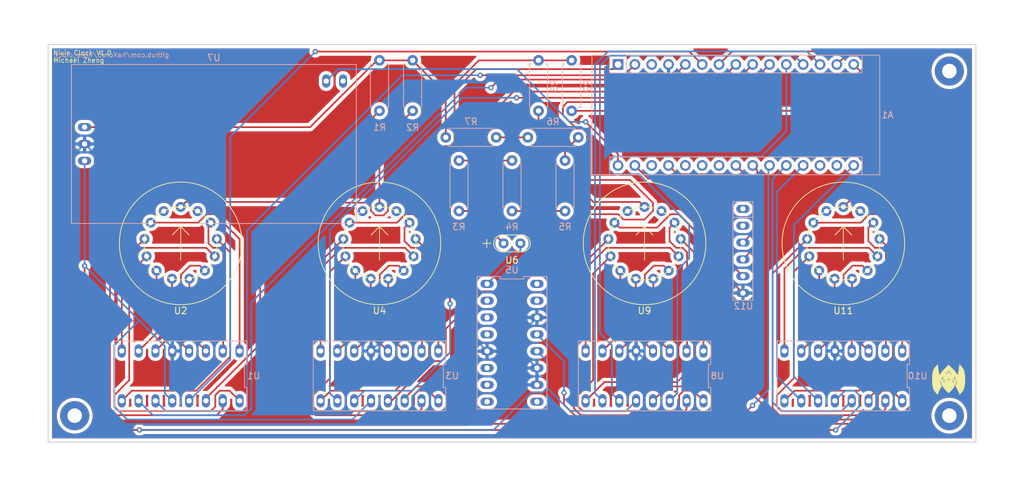
<source format=kicad_pcb>
(kicad_pcb (version 20171130) (host pcbnew "(5.1.12)-1")
  (title_block (title "Nixie Clock") (date 2021-12-28) (rev 1.0) (company "Michael Zheng"))
  (layers (0 F.Cu signal) (31 B.Cu signal) (34 B.Paste user) (35 F.Paste user) (36 B.SilkS user) (37 F.SilkS user) (38 B.Mask user) (39 F.Mask user) (44 Edge.Cuts user))
  (net 0 "")
  (net 1 H1A)
  (net 2 "Net-(A1-Pad17)")
  (net 3 H1B)
  (net 4 "Net-(A1-Pad18)")
  (net 5 "Net-(A1-Pad3)")
  (net 6 M2C)
  (net 7 M2D)
  (net 8 H1C)
  (net 9 DEC)
  (net 10 H1D)
  (net 11 "Net-(A1-Pad22)")
  (net 12 H2A)
  (net 13 "Net-(A1-Pad23)")
  (net 14 H2B)
  (net 15 "Net-(A1-Pad24)")
  (net 16 H2C)
  (net 17 "Net-(A1-Pad25)")
  (net 18 H2D)
  (net 19 "Net-(A1-Pad26)")
  (net 20 M1A)
  (net 21 "Net-(A1-Pad27)")
  (net 22 M1B)
  (net 23 "Net-(A1-Pad28)")
  (net 24 M1C)
  (net 25 M1D)
  (net 26 +12V)
  (net 27 M2A)
  (net 28 M2B)
  (net 29 "Net-(R1-Pad1)")
  (net 30 "Net-(R2-Pad1)")
  (net 31 "Net-(R3-Pad1)")
  (net 32 "Net-(R5-Pad1)")
  (net 33 "Net-(R6-Pad2)")
  (net 34 "Net-(U1-Pad1)")
  (net 35 "Net-(U1-Pad2)")
  (net 36 GND)
  (net 37 "Net-(U2-Pad2)")
  (net 38 "Net-(U2-Pad13)")
  (net 39 +5V)
  (net 40 "Net-(U3-Pad16)")
  (net 41 "Net-(U3-Pad1)")
  (net 42 "Net-(U3-Pad15)")
  (net 43 "Net-(U3-Pad2)")
  (net 44 "Net-(U3-Pad14)")
  (net 45 "Net-(U3-Pad13)")
  (net 46 "Net-(U3-Pad11)")
  (net 47 "Net-(U3-Pad10)")
  (net 48 "Net-(U3-Pad9)")
  (net 49 "Net-(U3-Pad8)")
  (net 50 "Net-(U4-Pad13)")
  (net 51 "Net-(U4-Pad2)")
  (net 52 "Net-(U5-Pad13)")
  (net 53 "Net-(U5-Pad2)")
  (net 54 "Net-(U8-Pad2)")
  (net 55 "Net-(U8-Pad13)")
  (net 56 "Net-(U9-Pad2)")
  (net 57 "Net-(U9-Pad13)")
  (net 58 "Net-(U10-Pad8)")
  (net 59 "Net-(U10-Pad9)")
  (net 60 "Net-(U10-Pad10)")
  (net 61 "Net-(U10-Pad11)")
  (net 62 "Net-(U10-Pad13)")
  (net 63 "Net-(U10-Pad14)")
  (net 64 "Net-(U10-Pad2)")
  (net 65 "Net-(U10-Pad15)")
  (net 66 "Net-(U10-Pad1)")
  (net 67 "Net-(U10-Pad16)")
  (net 68 "Net-(R3-Pad2)")
  (net 69 "Net-(R4-Pad2)")
  (net 70 "Net-(R8-Pad1)")
  (net 71 "Net-(R9-Pad1)")
  (net 72 "Net-(U1-Pad16)")
  (net 73 "Net-(U1-Pad15)")
  (net 74 "Net-(U1-Pad14)")
  (net 75 "Net-(U1-Pad13)")
  (net 76 "Net-(U1-Pad11)")
  (net 77 "Net-(U1-Pad10)")
  (net 78 "Net-(U1-Pad9)")
  (net 79 "Net-(U1-Pad8)")
  (net 80 "Net-(U5-Pad8)")
  (net 81 "Net-(U5-Pad9)")
  (net 82 "Net-(U5-Pad10)")
  (net 83 "Net-(U5-Pad11)")
  (net 84 "Net-(U5-Pad14)")
  (net 85 "Net-(U5-Pad15)")
  (net 86 "Net-(U5-Pad1)")
  (net 87 "Net-(U5-Pad16)")
  (net 88 "Net-(U8-Pad16)")
  (net 89 "Net-(U8-Pad1)")
  (net 90 "Net-(U8-Pad15)")
  (net 91 "Net-(U8-Pad14)")
  (net 92 "Net-(U8-Pad11)")
  (net 93 "Net-(U8-Pad10)")
  (net 94 "Net-(U8-Pad9)")
  (net 95 "Net-(U8-Pad8)")
  (net 96 "Net-(U11-Pad2)")
  (net 97 "Net-(U11-Pad13)")
  (net 98 "Net-(U12-Pad1)")
  (net 99 "Net-(U12-Pad2)")
  (net 100 +170V)
  (net 101 Earth)
  (module MountingHole:MountingHole_2.2mm_M2_Pad (layer F.Cu) (at 63.6924 129.2764)
    (fp_text reference e hide)
    (fp_text value MountingHole_2.2mm_M2_Pad)
    (pad 1 thru_hole circle (at 0 0) (size 4.4 4.4) (drill 2.2) (layers *.Cu *.Mask))
  )
  (module MountingHole:MountingHole_2.2mm_M2_Pad (layer F.Cu) (at 195.6924 129.2764)
    (fp_text reference REF** hide)
    (fp_text value MountingHole_2.2mm_M2_Pad)
    (pad 1 thru_hole circle (at 0 0) (size 4.4 4.4) (drill 2.2) (layers *.Cu *.Mask))
  )
  (module MountingHole:MountingHole_2.2mm_M2_Pad (layer F.Cu) (at 195.6924 77.2764)
    (fp_text reference e hide)
    (fp_text value MountingHole_2.2mm_M2_Pad hide)
    (pad 1 thru_hole circle (at 0 0) (size 4.4 4.4) (drill 2.2) (layers *.Cu *.Mask))
  )
  (module Nixie_Clock_Footprint:haxorus (layer F.Cu) (at 195.58 123.825)
    (fp_text reference G*** hide)
    (fp_text value LOGO hide)
  )
  (module Nixie_Clock_Footprint:K155ID1 (layer B.Cu) (at 149.6924 123.2764 180)
    (fp_text reference U8 (at -10.99 0) (layer B.SilkS) (effects (justify mirror)))
    (fp_text value K155ID1)
    (pad 16 thru_hole oval (at -8.89 3.76 180) (size 1.2 2) (drill 0.8) (layers *.Cu *.Mask) (net 88 "Net-(U8-Pad16)"))
    (pad 1 thru_hole oval (at -8.89 -3.76 180) (size 1.2 2) (drill 0.8) (layers *.Cu *.Mask) (net 89 "Net-(U8-Pad1)"))
    (pad 15 thru_hole oval (at -6.35 3.76 180) (size 1.2 2) (drill 0.8) (layers *.Cu *.Mask) (net 90 "Net-(U8-Pad15)"))
    (pad 2 thru_hole oval (at -6.35 -3.76 180) (size 1.2 2) (drill 0.8) (layers *.Cu *.Mask) (net 54 "Net-(U8-Pad2)"))
    (pad 14 thru_hole oval (at -3.81 3.76 180) (size 1.2 2) (drill 0.8) (layers *.Cu *.Mask) (net 91 "Net-(U8-Pad14)"))
    (pad 3 thru_hole oval (at -3.81 -3.76 180) (size 1.2 2) (drill 0.8) (layers *.Cu *.Mask) (net 20 M1A))
    (pad 13 thru_hole oval (at -1.27 3.76 180) (size 1.2 2) (drill 0.8) (layers *.Cu *.Mask) (net 55 "Net-(U8-Pad13)"))
    (pad 4 thru_hole oval (at -1.27 -3.76 180) (size 1.2 2) (drill 0.8) (layers *.Cu *.Mask) (net 25 M1D))
    (pad 12 thru_hole oval (at 1.27 3.76 180) (size 1.2 2) (drill 0.8) (layers *.Cu *.Mask) (net 36 GND))
    (pad 5 thru_hole oval (at 1.27 -3.76 180) (size 1.2 2) (drill 0.8) (layers *.Cu *.Mask) (net 39 +5V))
    (pad 11 thru_hole oval (at 3.81 3.76 180) (size 1.2 2) (drill 0.8) (layers *.Cu *.Mask) (net 92 "Net-(U8-Pad11)"))
    (pad 6 thru_hole oval (at 3.81 -3.76 180) (size 1.2 2) (drill 0.8) (layers *.Cu *.Mask) (net 22 M1B))
    (pad 10 thru_hole oval (at 6.35 3.76 180) (size 1.2 2) (drill 0.8) (layers *.Cu *.Mask) (net 93 "Net-(U8-Pad10)"))
    (pad 7 thru_hole oval (at 6.35 -3.76 180) (size 1.2 2) (drill 0.8) (layers *.Cu *.Mask) (net 24 M1C))
    (pad 9 thru_hole oval (at 8.89 3.76 180) (size 1.2 2) (drill 0.8) (layers *.Cu *.Mask) (net 94 "Net-(U8-Pad9)"))
    (pad 8 thru_hole oval (at 8.89 -3.76 180) (size 1.2 2) (drill 0.8) (layers *.Cu *.Mask) (net 95 "Net-(U8-Pad8)"))
  )
  (module Nixie_Clock_Footprint:IN-14 (layer F.Cu) (at 179.6924 103.2764)
    (fp_text reference U11 (at 0 10.16) (layer F.SilkS))
    (fp_text value IN-14)
    (pad 1 thru_hole circle (at 0 -5.5) (size 1.5 1.5) (drill 0.75) (layers *.Cu *.Mask) (net 71 "Net-(R9-Pad1)"))
    (pad 2 thru_hole circle (at 2.555977 -4.870008) (size 1.5 1.5) (drill 0.75) (layers *.Cu *.Mask) (net 96 "Net-(U11-Pad2)"))
    (pad 3 thru_hole circle (at 4.526411 -3.124356) (size 1.5 1.5) (drill 0.75) (layers *.Cu *.Mask) (net 65 "Net-(U10-Pad15)"))
    (pad 4 thru_hole circle (at 5.459899 -0.662952) (size 1.5 1.5) (drill 0.75) (layers *.Cu *.Mask) (net 58 "Net-(U10-Pad8)"))
    (pad 5 thru_hole circle (at 5.142589 1.950327) (size 1.5 1.5) (drill 0.75) (layers *.Cu *.Mask) (net 59 "Net-(U10-Pad9)"))
    (pad 6 thru_hole circle (at 3.647175 4.116809) (size 1.5 1.5) (drill 0.75) (layers *.Cu *.Mask) (net 62 "Net-(U10-Pad13)"))
    (pad 7 thru_hole circle (at 1.316236 5.34018) (size 1.5 1.5) (drill 0.75) (layers *.Cu *.Mask) (net 63 "Net-(U10-Pad14)"))
    (pad 8 thru_hole circle (at -1.316236 5.34018) (size 1.5 1.5) (drill 0.75) (layers *.Cu *.Mask) (net 61 "Net-(U10-Pad11)"))
    (pad 9 thru_hole circle (at -3.647175 4.116809) (size 1.5 1.5) (drill 0.75) (layers *.Cu *.Mask) (net 60 "Net-(U10-Pad10)"))
    (pad 10 thru_hole circle (at -5.142589 1.950327) (size 1.5 1.5) (drill 0.75) (layers *.Cu *.Mask) (net 66 "Net-(U10-Pad1)"))
    (pad 11 thru_hole circle (at -5.459899 -0.662952) (size 1.5 1.5) (drill 0.75) (layers *.Cu *.Mask) (net 64 "Net-(U10-Pad2)"))
    (pad 12 thru_hole circle (at -4.526113 -3.124356) (size 1.5 1.5) (drill 0.75) (layers *.Cu *.Mask) (net 67 "Net-(U10-Pad16)"))
    (pad 13 thru_hole circle (at -2.555977 -4.870008) (size 1.5 1.5) (drill 0.75) (layers *.Cu *.Mask) (net 97 "Net-(U11-Pad13)"))
  )
  (module Nixie_Clock_Footprint:K155ID1 (layer B.Cu) (at 179.6924 123.2764 180)
    (fp_text reference U10 (at -11.214 -0.0025 180) (layer B.SilkS) (effects (justify mirror)))
    (fp_text value K155ID1)
    (pad 16 thru_hole oval (at -8.89 3.76 180) (size 1.2 2) (drill 0.8) (layers *.Cu *.Mask) (net 67 "Net-(U10-Pad16)"))
    (pad 1 thru_hole oval (at -8.89 -3.76 180) (size 1.2 2) (drill 0.8) (layers *.Cu *.Mask) (net 66 "Net-(U10-Pad1)"))
    (pad 15 thru_hole oval (at -6.35 3.76 180) (size 1.2 2) (drill 0.8) (layers *.Cu *.Mask) (net 65 "Net-(U10-Pad15)"))
    (pad 2 thru_hole oval (at -6.35 -3.76 180) (size 1.2 2) (drill 0.8) (layers *.Cu *.Mask) (net 64 "Net-(U10-Pad2)"))
    (pad 14 thru_hole oval (at -3.81 3.76 180) (size 1.2 2) (drill 0.8) (layers *.Cu *.Mask) (net 63 "Net-(U10-Pad14)"))
    (pad 3 thru_hole oval (at -3.81 -3.76 180) (size 1.2 2) (drill 0.8) (layers *.Cu *.Mask) (net 27 M2A))
    (pad 13 thru_hole oval (at -1.27 3.76 180) (size 1.2 2) (drill 0.8) (layers *.Cu *.Mask) (net 62 "Net-(U10-Pad13)"))
    (pad 4 thru_hole oval (at -1.27 -3.76 180) (size 1.2 2) (drill 0.8) (layers *.Cu *.Mask) (net 7 M2D))
    (pad 12 thru_hole oval (at 1.27 3.76 180) (size 1.2 2) (drill 0.8) (layers *.Cu *.Mask) (net 36 GND))
    (pad 5 thru_hole oval (at 1.27 -3.76 180) (size 1.2 2) (drill 0.8) (layers *.Cu *.Mask) (net 39 +5V))
    (pad 11 thru_hole oval (at 3.81 3.76 180) (size 1.2 2) (drill 0.8) (layers *.Cu *.Mask) (net 61 "Net-(U10-Pad11)"))
    (pad 6 thru_hole oval (at 3.81 -3.76 180) (size 1.2 2) (drill 0.8) (layers *.Cu *.Mask) (net 28 M2B))
    (pad 10 thru_hole oval (at 6.35 3.76 180) (size 1.2 2) (drill 0.8) (layers *.Cu *.Mask) (net 60 "Net-(U10-Pad10)"))
    (pad 7 thru_hole oval (at 6.35 -3.76 180) (size 1.2 2) (drill 0.8) (layers *.Cu *.Mask) (net 6 M2C))
    (pad 9 thru_hole oval (at 8.89 3.76 180) (size 1.2 2) (drill 0.8) (layers *.Cu *.Mask) (net 59 "Net-(U10-Pad9)"))
    (pad 8 thru_hole oval (at 8.89 -3.76 180) (size 1.2 2) (drill 0.8) (layers *.Cu *.Mask) (net 58 "Net-(U10-Pad8)"))
  )
  (module Module:Arduino_Nano (layer B.Cu) (at 145.6924 76.2764 270)
    (fp_text reference A1 (at 7.62 -40.642) (layer B.SilkS) (effects (justify mirror)))
    (fp_text value Arduino_Nano_Every)
    (pad 1 thru_hole rect (at 0 0 270) (size 1.6 1.6) (drill 1) (layers *.Cu *.Mask) (net 1 H1A))
    (pad 17 thru_hole oval (at 15.24 -33.02 270) (size 1.6 1.6) (drill 1) (layers *.Cu *.Mask) (net 2 "Net-(A1-Pad17)"))
    (pad 2 thru_hole oval (at 0 -2.54 270) (size 1.6 1.6) (drill 1) (layers *.Cu *.Mask) (net 3 H1B))
    (pad 18 thru_hole oval (at 15.24 -30.48 270) (size 1.6 1.6) (drill 1) (layers *.Cu *.Mask) (net 4 "Net-(A1-Pad18)"))
    (pad 3 thru_hole oval (at 0 -5.08 270) (size 1.6 1.6) (drill 1) (layers *.Cu *.Mask) (net 5 "Net-(A1-Pad3)"))
    (pad 19 thru_hole oval (at 15.24 -27.94 270) (size 1.6 1.6) (drill 1) (layers *.Cu *.Mask) (net 6 M2C))
    (pad 4 thru_hole oval (at 0 -7.62 270) (size 1.6 1.6) (drill 1) (layers *.Cu *.Mask) (net 36 GND))
    (pad 20 thru_hole oval (at 15.24 -25.4 270) (size 1.6 1.6) (drill 1) (layers *.Cu *.Mask) (net 7 M2D))
    (pad 5 thru_hole oval (at 0 -10.16 270) (size 1.6 1.6) (drill 1) (layers *.Cu *.Mask) (net 8 H1C))
    (pad 21 thru_hole oval (at 15.24 -22.86 270) (size 1.6 1.6) (drill 1) (layers *.Cu *.Mask) (net 9 DEC))
    (pad 6 thru_hole oval (at 0 -12.7 270) (size 1.6 1.6) (drill 1) (layers *.Cu *.Mask) (net 10 H1D))
    (pad 22 thru_hole oval (at 15.24 -20.32 270) (size 1.6 1.6) (drill 1) (layers *.Cu *.Mask) (net 11 "Net-(A1-Pad22)"))
    (pad 7 thru_hole oval (at 0 -15.24 270) (size 1.6 1.6) (drill 1) (layers *.Cu *.Mask) (net 12 H2A))
    (pad 23 thru_hole oval (at 15.24 -17.78 270) (size 1.6 1.6) (drill 1) (layers *.Cu *.Mask) (net 13 "Net-(A1-Pad23)"))
    (pad 8 thru_hole oval (at 0 -17.78 270) (size 1.6 1.6) (drill 1) (layers *.Cu *.Mask) (net 14 H2B))
    (pad 24 thru_hole oval (at 15.24 -15.24 270) (size 1.6 1.6) (drill 1) (layers *.Cu *.Mask) (net 15 "Net-(A1-Pad24)"))
    (pad 9 thru_hole oval (at 0 -20.32 270) (size 1.6 1.6) (drill 1) (layers *.Cu *.Mask) (net 16 H2C))
    (pad 25 thru_hole oval (at 15.24 -12.7 270) (size 1.6 1.6) (drill 1) (layers *.Cu *.Mask) (net 17 "Net-(A1-Pad25)"))
    (pad 10 thru_hole oval (at 0 -22.86 270) (size 1.6 1.6) (drill 1) (layers *.Cu *.Mask) (net 18 H2D))
    (pad 26 thru_hole oval (at 15.24 -10.16 270) (size 1.6 1.6) (drill 1) (layers *.Cu *.Mask) (net 19 "Net-(A1-Pad26)"))
    (pad 11 thru_hole oval (at 0 -25.4 270) (size 1.6 1.6) (drill 1) (layers *.Cu *.Mask) (net 20 M1A))
    (pad 27 thru_hole oval (at 15.24 -7.62 270) (size 1.6 1.6) (drill 1) (layers *.Cu *.Mask) (net 21 "Net-(A1-Pad27)"))
    (pad 12 thru_hole oval (at 0 -27.94 270) (size 1.6 1.6) (drill 1) (layers *.Cu *.Mask) (net 22 M1B))
    (pad 28 thru_hole oval (at 15.24 -5.08 270) (size 1.6 1.6) (drill 1) (layers *.Cu *.Mask) (net 23 "Net-(A1-Pad28)"))
    (pad 13 thru_hole oval (at 0 -30.48 270) (size 1.6 1.6) (drill 1) (layers *.Cu *.Mask) (net 24 M1C))
    (pad 29 thru_hole oval (at 15.24 -2.54 270) (size 1.6 1.6) (drill 1) (layers *.Cu *.Mask) (net 36 GND))
    (pad 14 thru_hole oval (at 0 -33.02 270) (size 1.6 1.6) (drill 1) (layers *.Cu *.Mask) (net 25 M1D))
    (pad 30 thru_hole oval (at 15.24 0 270) (size 1.6 1.6) (drill 1) (layers *.Cu *.Mask) (net 26 +12V))
    (pad 15 thru_hole oval (at 0 -35.56 270) (size 1.6 1.6) (drill 1) (layers *.Cu *.Mask) (net 27 M2A))
    (pad 16 thru_hole oval (at 15.24 -35.56 270) (size 1.6 1.6) (drill 1) (layers *.Cu *.Mask) (net 28 M2B))
  )
  (module Nixie_Clock_Footprint:PS_V2H (layer B.Cu) (at 84.6924 88.2764 180)
    (fp_text reference U7 (at 0 13.0035) (layer B.SilkS) (effects (justify mirror)))
    (fp_text value PS_V2H)
    (pad 5 thru_hole oval (at 19.5 -2.54 90) (size 1.2 2) (drill 0.8) (layers *.Cu *.Mask) (net 39 +5V))
    (pad 4 thru_hole oval (at 19.5 0 90) (size 1.2 2) (drill 0.8) (layers *.Cu *.Mask) (net 36 GND))
    (pad 3 thru_hole oval (at 19.5 2.54 270) (size 1.2 2) (drill 0.8) (layers *.Cu *.Mask) (net 100 +170V))
    (pad 2 thru_hole oval (at -16.96 9.5 180) (size 1.2 2) (drill 0.8) (layers *.Cu *.Mask) (net 26 +12V))
    (pad 1 thru_hole oval (at -19.5 9.5 180) (size 1.2 2) (drill 0.8) (layers *.Cu *.Mask) (net 101 Earth))
  )
  (module Nixie_Clock_Footprint:IN-14 (layer F.Cu) (at 79.6924 103.2764)
    (fp_text reference U2 (at 0 10.16) (layer F.SilkS))
    (fp_text value IN-14)
    (pad 13 thru_hole circle (at -2.555977 -4.870008) (size 1.5 1.5) (drill 0.75) (layers *.Cu *.Mask) (net 38 "Net-(U2-Pad13)"))
    (pad 12 thru_hole circle (at -4.526113 -3.124356) (size 1.5 1.5) (drill 0.75) (layers *.Cu *.Mask) (net 72 "Net-(U1-Pad16)"))
    (pad 11 thru_hole circle (at -5.459899 -0.662952) (size 1.5 1.5) (drill 0.75) (layers *.Cu *.Mask) (net 35 "Net-(U1-Pad2)"))
    (pad 10 thru_hole circle (at -5.142589 1.950327) (size 1.5 1.5) (drill 0.75) (layers *.Cu *.Mask) (net 34 "Net-(U1-Pad1)"))
    (pad 9 thru_hole circle (at -3.647175 4.116809) (size 1.5 1.5) (drill 0.75) (layers *.Cu *.Mask) (net 77 "Net-(U1-Pad10)"))
    (pad 8 thru_hole circle (at -1.316236 5.34018) (size 1.5 1.5) (drill 0.75) (layers *.Cu *.Mask) (net 76 "Net-(U1-Pad11)"))
    (pad 7 thru_hole circle (at 1.316236 5.34018) (size 1.5 1.5) (drill 0.75) (layers *.Cu *.Mask) (net 74 "Net-(U1-Pad14)"))
    (pad 6 thru_hole circle (at 3.647175 4.116809) (size 1.5 1.5) (drill 0.75) (layers *.Cu *.Mask) (net 75 "Net-(U1-Pad13)"))
    (pad 5 thru_hole circle (at 5.142589 1.950327) (size 1.5 1.5) (drill 0.75) (layers *.Cu *.Mask) (net 78 "Net-(U1-Pad9)"))
    (pad 4 thru_hole circle (at 5.459899 -0.662952) (size 1.5 1.5) (drill 0.75) (layers *.Cu *.Mask) (net 79 "Net-(U1-Pad8)"))
    (pad 3 thru_hole circle (at 4.526411 -3.124356) (size 1.5 1.5) (drill 0.75) (layers *.Cu *.Mask) (net 73 "Net-(U1-Pad15)"))
    (pad 2 thru_hole circle (at 2.555977 -4.870008) (size 1.5 1.5) (drill 0.75) (layers *.Cu *.Mask) (net 37 "Net-(U2-Pad2)"))
    (pad 1 thru_hole circle (at 0 -5.5) (size 1.5 1.5) (drill 0.75) (layers *.Cu *.Mask) (net 29 "Net-(R1-Pad1)"))
  )
  (module Resistor_THT:R_Axial_DIN0207_L6.3mm_D2.5mm_P7.62mm_Horizontal (layer B.Cu) (at 109.6924 83.2764 90)
    (fp_text reference R1 (at -2.5 0 180) (layer B.SilkS) (effects (justify mirror)))
    (fp_text value 10k)
    (pad 1 thru_hole circle (at 0 0 90) (size 1.6 1.6) (drill 0.8) (layers *.Cu *.Mask) (net 29 "Net-(R1-Pad1)"))
    (pad 2 thru_hole oval (at 7.62 0 90) (size 1.6 1.6) (drill 0.8) (layers *.Cu *.Mask) (net 100 +170V))
  )
  (module Resistor_THT:R_Axial_DIN0207_L6.3mm_D2.5mm_P7.62mm_Horizontal (layer B.Cu) (at 114.6924 83.2764 90)
    (fp_text reference R2 (at -2.5 0 180) (layer B.SilkS) (effects (justify mirror)))
    (fp_text value 10k)
    (pad 2 thru_hole oval (at 7.62 0 90) (size 1.6 1.6) (drill 0.8) (layers *.Cu *.Mask) (net 100 +170V))
    (pad 1 thru_hole circle (at 0 0 90) (size 1.6 1.6) (drill 0.8) (layers *.Cu *.Mask) (net 30 "Net-(R2-Pad1)"))
  )
  (module Resistor_THT:R_Axial_DIN0207_L6.3mm_D2.5mm_P7.62mm_Horizontal (layer B.Cu) (at 121.6924 90.7764 270)
    (fp_text reference R3 (at 10 0 180) (layer B.SilkS) (effects (justify mirror)))
    (fp_text value 100k)
    (pad 1 thru_hole circle (at 0 0 270) (size 1.6 1.6) (drill 0.8) (layers *.Cu *.Mask) (net 31 "Net-(R3-Pad1)"))
    (pad 2 thru_hole oval (at 7.62 0 270) (size 1.6 1.6) (drill 0.8) (layers *.Cu *.Mask) (net 68 "Net-(R3-Pad2)"))
  )
  (module Resistor_THT:R_Axial_DIN0207_L6.3mm_D2.5mm_P7.62mm_Horizontal (layer B.Cu) (at 129.6924 90.7764 270)
    (fp_text reference R4 (at 10 0 180) (layer B.SilkS) (effects (justify mirror)))
    (fp_text value 10k)
    (pad 1 thru_hole circle (at 0 0 270) (size 1.6 1.6) (drill 0.8) (layers *.Cu *.Mask) (net 31 "Net-(R3-Pad1)"))
    (pad 2 thru_hole oval (at 7.62 0 270) (size 1.6 1.6) (drill 0.8) (layers *.Cu *.Mask) (net 69 "Net-(R4-Pad2)"))
  )
  (module Resistor_THT:R_Axial_DIN0207_L6.3mm_D2.5mm_P7.62mm_Horizontal (layer B.Cu) (at 137.6924 90.7764 270)
    (fp_text reference R5 (at 10 0 180) (layer B.SilkS) (effects (justify mirror)))
    (fp_text value 10k)
    (pad 2 thru_hole oval (at 7.62 0 270) (size 1.6 1.6) (drill 0.8) (layers *.Cu *.Mask) (net 69 "Net-(R4-Pad2)"))
    (pad 1 thru_hole circle (at 0 0 270) (size 1.6 1.6) (drill 0.8) (layers *.Cu *.Mask) (net 32 "Net-(R5-Pad1)"))
  )
  (module Resistor_THT:R_Axial_DIN0207_L6.3mm_D2.5mm_P7.62mm_Horizontal (layer B.Cu) (at 139.6924 87.2764 180)
    (fp_text reference R6 (at 3.81 2.37) (layer B.SilkS) (effects (justify mirror)))
    (fp_text value 10k)
    (pad 2 thru_hole oval (at 7.62 0 180) (size 1.6 1.6) (drill 0.8) (layers *.Cu *.Mask) (net 33 "Net-(R6-Pad2)"))
    (pad 1 thru_hole circle (at 0 0 180) (size 1.6 1.6) (drill 0.8) (layers *.Cu *.Mask) (net 32 "Net-(R5-Pad1)"))
  )
  (module Resistor_THT:R_Axial_DIN0207_L6.3mm_D2.5mm_P7.62mm_Horizontal (layer B.Cu) (at 119.6924 87.2764)
    (fp_text reference R7 (at 3.81 -2.37) (layer B.SilkS) (effects (justify mirror)))
    (fp_text value 5k1)
    (pad 1 thru_hole circle (at 0 0) (size 1.6 1.6) (drill 0.8) (layers *.Cu *.Mask) (net 100 +170V))
    (pad 2 thru_hole oval (at 7.62 0) (size 1.6 1.6) (drill 0.8) (layers *.Cu *.Mask) (net 33 "Net-(R6-Pad2)"))
  )
  (module Resistor_THT:R_Axial_DIN0207_L6.3mm_D2.5mm_P7.62mm_Horizontal (layer B.Cu) (at 133.6924 83.2764 90)
    (fp_text reference R8 (at 3.81 2.37 90) (layer B.SilkS) (effects (justify mirror)))
    (fp_text value 10k)
    (pad 1 thru_hole circle (at 0 0 90) (size 1.6 1.6) (drill 0.8) (layers *.Cu *.Mask) (net 70 "Net-(R8-Pad1)"))
    (pad 2 thru_hole oval (at 7.62 0 90) (size 1.6 1.6) (drill 0.8) (layers *.Cu *.Mask) (net 100 +170V))
  )
  (module Resistor_THT:R_Axial_DIN0207_L6.3mm_D2.5mm_P7.62mm_Horizontal (layer B.Cu) (at 138.6924 83.2764 90)
    (fp_text reference R9 (at 3.81 2.37 90) (layer B.SilkS) (effects (justify mirror)))
    (fp_text value 10k)
    (pad 2 thru_hole oval (at 7.62 0 90) (size 1.6 1.6) (drill 0.8) (layers *.Cu *.Mask) (net 100 +170V))
    (pad 1 thru_hole circle (at 0 0 90) (size 1.6 1.6) (drill 0.8) (layers *.Cu *.Mask) (net 71 "Net-(R9-Pad1)"))
  )
  (module Nixie_Clock_Footprint:K155ID1 (layer B.Cu) (at 79.6924 123.2764 180)
    (fp_text reference U1 (at -10.99 0) (layer B.SilkS) (effects (justify mirror)))
    (fp_text value K155ID1)
    (pad 16 thru_hole oval (at -8.89 3.76 180) (size 1.2 2) (drill 0.8) (layers *.Cu *.Mask) (net 72 "Net-(U1-Pad16)"))
    (pad 1 thru_hole oval (at -8.89 -3.76 180) (size 1.2 2) (drill 0.8) (layers *.Cu *.Mask) (net 34 "Net-(U1-Pad1)"))
    (pad 15 thru_hole oval (at -6.35 3.76 180) (size 1.2 2) (drill 0.8) (layers *.Cu *.Mask) (net 73 "Net-(U1-Pad15)"))
    (pad 2 thru_hole oval (at -6.35 -3.76 180) (size 1.2 2) (drill 0.8) (layers *.Cu *.Mask) (net 35 "Net-(U1-Pad2)"))
    (pad 14 thru_hole oval (at -3.81 3.76 180) (size 1.2 2) (drill 0.8) (layers *.Cu *.Mask) (net 74 "Net-(U1-Pad14)"))
    (pad 3 thru_hole oval (at -3.81 -3.76 180) (size 1.2 2) (drill 0.8) (layers *.Cu *.Mask) (net 1 H1A))
    (pad 13 thru_hole oval (at -1.27 3.76 180) (size 1.2 2) (drill 0.8) (layers *.Cu *.Mask) (net 75 "Net-(U1-Pad13)"))
    (pad 4 thru_hole oval (at -1.27 -3.76 180) (size 1.2 2) (drill 0.8) (layers *.Cu *.Mask) (net 10 H1D))
    (pad 12 thru_hole oval (at 1.27 3.76 180) (size 1.2 2) (drill 0.8) (layers *.Cu *.Mask) (net 36 GND))
    (pad 5 thru_hole oval (at 1.27 -3.76 180) (size 1.2 2) (drill 0.8) (layers *.Cu *.Mask) (net 39 +5V))
    (pad 11 thru_hole oval (at 3.81 3.76 180) (size 1.2 2) (drill 0.8) (layers *.Cu *.Mask) (net 76 "Net-(U1-Pad11)"))
    (pad 6 thru_hole oval (at 3.81 -3.76 180) (size 1.2 2) (drill 0.8) (layers *.Cu *.Mask) (net 3 H1B))
    (pad 10 thru_hole oval (at 6.35 3.76 180) (size 1.2 2) (drill 0.8) (layers *.Cu *.Mask) (net 77 "Net-(U1-Pad10)"))
    (pad 7 thru_hole oval (at 6.35 -3.76 180) (size 1.2 2) (drill 0.8) (layers *.Cu *.Mask) (net 8 H1C))
    (pad 9 thru_hole oval (at 8.89 3.76 180) (size 1.2 2) (drill 0.8) (layers *.Cu *.Mask) (net 78 "Net-(U1-Pad9)"))
    (pad 8 thru_hole oval (at 8.89 -3.76 180) (size 1.2 2) (drill 0.8) (layers *.Cu *.Mask) (net 79 "Net-(U1-Pad8)"))
  )
  (module Nixie_Clock_Footprint:K155ID1 (layer B.Cu) (at 109.6924 123.2764 180)
    (fp_text reference U3 (at -10.99 0) (layer B.SilkS) (effects (justify mirror)))
    (fp_text value K155ID1)
    (pad 8 thru_hole oval (at 8.89 -3.76 180) (size 1.2 2) (drill 0.8) (layers *.Cu *.Mask) (net 49 "Net-(U3-Pad8)"))
    (pad 9 thru_hole oval (at 8.89 3.76 180) (size 1.2 2) (drill 0.8) (layers *.Cu *.Mask) (net 48 "Net-(U3-Pad9)"))
    (pad 7 thru_hole oval (at 6.35 -3.76 180) (size 1.2 2) (drill 0.8) (layers *.Cu *.Mask) (net 16 H2C))
    (pad 10 thru_hole oval (at 6.35 3.76 180) (size 1.2 2) (drill 0.8) (layers *.Cu *.Mask) (net 47 "Net-(U3-Pad10)"))
    (pad 6 thru_hole oval (at 3.81 -3.76 180) (size 1.2 2) (drill 0.8) (layers *.Cu *.Mask) (net 14 H2B))
    (pad 11 thru_hole oval (at 3.81 3.76 180) (size 1.2 2) (drill 0.8) (layers *.Cu *.Mask) (net 46 "Net-(U3-Pad11)"))
    (pad 5 thru_hole oval (at 1.27 -3.76 180) (size 1.2 2) (drill 0.8) (layers *.Cu *.Mask) (net 39 +5V))
    (pad 12 thru_hole oval (at 1.27 3.76 180) (size 1.2 2) (drill 0.8) (layers *.Cu *.Mask) (net 36 GND))
    (pad 4 thru_hole oval (at -1.27 -3.76 180) (size 1.2 2) (drill 0.8) (layers *.Cu *.Mask) (net 18 H2D))
    (pad 13 thru_hole oval (at -1.27 3.76 180) (size 1.2 2) (drill 0.8) (layers *.Cu *.Mask) (net 45 "Net-(U3-Pad13)"))
    (pad 3 thru_hole oval (at -3.81 -3.76 180) (size 1.2 2) (drill 0.8) (layers *.Cu *.Mask) (net 12 H2A))
    (pad 14 thru_hole oval (at -3.81 3.76 180) (size 1.2 2) (drill 0.8) (layers *.Cu *.Mask) (net 44 "Net-(U3-Pad14)"))
    (pad 2 thru_hole oval (at -6.35 -3.76 180) (size 1.2 2) (drill 0.8) (layers *.Cu *.Mask) (net 43 "Net-(U3-Pad2)"))
    (pad 15 thru_hole oval (at -6.35 3.76 180) (size 1.2 2) (drill 0.8) (layers *.Cu *.Mask) (net 42 "Net-(U3-Pad15)"))
    (pad 1 thru_hole oval (at -8.89 -3.76 180) (size 1.2 2) (drill 0.8) (layers *.Cu *.Mask) (net 41 "Net-(U3-Pad1)"))
    (pad 16 thru_hole oval (at -8.89 3.76 180) (size 1.2 2) (drill 0.8) (layers *.Cu *.Mask) (net 40 "Net-(U3-Pad16)"))
  )
  (module Nixie_Clock_Footprint:IN-14 (layer F.Cu) (at 109.6924 103.2764)
    (fp_text reference U4 (at 0 10.16) (layer F.SilkS))
    (fp_text value IN-14)
    (pad 1 thru_hole circle (at 0 -5.5) (size 1.5 1.5) (drill 0.75) (layers *.Cu *.Mask) (net 30 "Net-(R2-Pad1)"))
    (pad 2 thru_hole circle (at 2.555977 -4.870008) (size 1.5 1.5) (drill 0.75) (layers *.Cu *.Mask) (net 51 "Net-(U4-Pad2)"))
    (pad 3 thru_hole circle (at 4.526411 -3.124356) (size 1.5 1.5) (drill 0.75) (layers *.Cu *.Mask) (net 42 "Net-(U3-Pad15)"))
    (pad 4 thru_hole circle (at 5.459899 -0.662952) (size 1.5 1.5) (drill 0.75) (layers *.Cu *.Mask) (net 49 "Net-(U3-Pad8)"))
    (pad 5 thru_hole circle (at 5.142589 1.950327) (size 1.5 1.5) (drill 0.75) (layers *.Cu *.Mask) (net 48 "Net-(U3-Pad9)"))
    (pad 6 thru_hole circle (at 3.647175 4.116809) (size 1.5 1.5) (drill 0.75) (layers *.Cu *.Mask) (net 45 "Net-(U3-Pad13)"))
    (pad 7 thru_hole circle (at 1.316236 5.34018) (size 1.5 1.5) (drill 0.75) (layers *.Cu *.Mask) (net 44 "Net-(U3-Pad14)"))
    (pad 8 thru_hole circle (at -1.316236 5.34018) (size 1.5 1.5) (drill 0.75) (layers *.Cu *.Mask) (net 46 "Net-(U3-Pad11)"))
    (pad 9 thru_hole circle (at -3.647175 4.116809) (size 1.5 1.5) (drill 0.75) (layers *.Cu *.Mask) (net 47 "Net-(U3-Pad10)"))
    (pad 10 thru_hole circle (at -5.142589 1.950327) (size 1.5 1.5) (drill 0.75) (layers *.Cu *.Mask) (net 41 "Net-(U3-Pad1)"))
    (pad 11 thru_hole circle (at -5.459899 -0.662952) (size 1.5 1.5) (drill 0.75) (layers *.Cu *.Mask) (net 43 "Net-(U3-Pad2)"))
    (pad 12 thru_hole circle (at -4.526113 -3.124356) (size 1.5 1.5) (drill 0.75) (layers *.Cu *.Mask) (net 40 "Net-(U3-Pad16)"))
    (pad 13 thru_hole circle (at -2.555977 -4.870008) (size 1.5 1.5) (drill 0.75) (layers *.Cu *.Mask) (net 50 "Net-(U4-Pad13)"))
  )
  (module Nixie_Clock_Footprint:K155ID1 (layer B.Cu) (at 129.6924 118.2764 270)
    (fp_text reference U5 (at -10.99 0) (layer B.SilkS) (effects (justify mirror)))
    (fp_text value K155ID1)
    (pad 8 thru_hole oval (at 8.89 -3.76 270) (size 1.2 2) (drill 0.8) (layers *.Cu *.Mask) (net 80 "Net-(U5-Pad8)"))
    (pad 9 thru_hole oval (at 8.89 3.76 270) (size 1.2 2) (drill 0.8) (layers *.Cu *.Mask) (net 81 "Net-(U5-Pad9)"))
    (pad 7 thru_hole oval (at 6.35 -3.76 270) (size 1.2 2) (drill 0.8) (layers *.Cu *.Mask) (net 36 GND))
    (pad 10 thru_hole oval (at 6.35 3.76 270) (size 1.2 2) (drill 0.8) (layers *.Cu *.Mask) (net 82 "Net-(U5-Pad10)"))
    (pad 6 thru_hole oval (at 3.81 -3.76 270) (size 1.2 2) (drill 0.8) (layers *.Cu *.Mask) (net 36 GND))
    (pad 11 thru_hole oval (at 3.81 3.76 270) (size 1.2 2) (drill 0.8) (layers *.Cu *.Mask) (net 83 "Net-(U5-Pad11)"))
    (pad 5 thru_hole oval (at 1.27 -3.76 270) (size 1.2 2) (drill 0.8) (layers *.Cu *.Mask) (net 39 +5V))
    (pad 12 thru_hole oval (at 1.27 3.76 270) (size 1.2 2) (drill 0.8) (layers *.Cu *.Mask) (net 36 GND))
    (pad 4 thru_hole oval (at -1.27 -3.76 270) (size 1.2 2) (drill 0.8) (layers *.Cu *.Mask) (net 9 DEC))
    (pad 13 thru_hole oval (at -1.27 3.76 270) (size 1.2 2) (drill 0.8) (layers *.Cu *.Mask) (net 52 "Net-(U5-Pad13)"))
    (pad 3 thru_hole oval (at -3.81 -3.76 270) (size 1.2 2) (drill 0.8) (layers *.Cu *.Mask) (net 36 GND))
    (pad 14 thru_hole oval (at -3.81 3.76 270) (size 1.2 2) (drill 0.8) (layers *.Cu *.Mask) (net 84 "Net-(U5-Pad14)"))
    (pad 2 thru_hole oval (at -6.35 -3.76 270) (size 1.2 2) (drill 0.8) (layers *.Cu *.Mask) (net 53 "Net-(U5-Pad2)"))
    (pad 15 thru_hole oval (at -6.35 3.76 270) (size 1.2 2) (drill 0.8) (layers *.Cu *.Mask) (net 85 "Net-(U5-Pad15)"))
    (pad 1 thru_hole oval (at -8.89 -3.76 270) (size 1.2 2) (drill 0.8) (layers *.Cu *.Mask) (net 86 "Net-(U5-Pad1)"))
    (pad 16 thru_hole oval (at -8.89 3.76 270) (size 1.2 2) (drill 0.8) (layers *.Cu *.Mask) (net 87 "Net-(U5-Pad16)"))
  )
  (module Nixie_Clock_Footprint:IN-3 (layer F.Cu) (at 129.6924 103.2764)
    (fp_text reference U6 (at 0 2.54) (layer F.SilkS))
    (fp_text value IN-3)
    (pad 1 thru_hole circle (at -1.27 0) (size 1.5 1.5) (drill 0.75) (layers *.Cu *.Mask) (net 68 "Net-(R3-Pad2)"))
    (pad 2 thru_hole circle (at 1.27 0) (size 1.5 1.5) (drill 0.75) (layers *.Cu *.Mask) (net 87 "Net-(U5-Pad16)"))
  )
  (module Nixie_Clock_Footprint:IN-14 (layer F.Cu) (at 149.6924 103.2764)
    (fp_text reference U9 (at 0 10.16) (layer F.SilkS))
    (fp_text value IN-14)
    (pad 13 thru_hole circle (at -2.555977 -4.870008) (size 1.5 1.5) (drill 0.75) (layers *.Cu *.Mask) (net 57 "Net-(U9-Pad13)"))
    (pad 12 thru_hole circle (at -4.526113 -3.124356) (size 1.5 1.5) (drill 0.75) (layers *.Cu *.Mask) (net 88 "Net-(U8-Pad16)"))
    (pad 11 thru_hole circle (at -5.459899 -0.662952) (size 1.5 1.5) (drill 0.75) (layers *.Cu *.Mask) (net 54 "Net-(U8-Pad2)"))
    (pad 10 thru_hole circle (at -5.142589 1.950327) (size 1.5 1.5) (drill 0.75) (layers *.Cu *.Mask) (net 89 "Net-(U8-Pad1)"))
    (pad 9 thru_hole circle (at -3.647175 4.116809) (size 1.5 1.5) (drill 0.75) (layers *.Cu *.Mask) (net 93 "Net-(U8-Pad10)"))
    (pad 8 thru_hole circle (at -1.316236 5.34018) (size 1.5 1.5) (drill 0.75) (layers *.Cu *.Mask) (net 92 "Net-(U8-Pad11)"))
    (pad 7 thru_hole circle (at 1.316236 5.34018) (size 1.5 1.5) (drill 0.75) (layers *.Cu *.Mask) (net 91 "Net-(U8-Pad14)"))
    (pad 6 thru_hole circle (at 3.647175 4.116809) (size 1.5 1.5) (drill 0.75) (layers *.Cu *.Mask) (net 55 "Net-(U8-Pad13)"))
    (pad 5 thru_hole circle (at 5.142589 1.950327) (size 1.5 1.5) (drill 0.75) (layers *.Cu *.Mask) (net 94 "Net-(U8-Pad9)"))
    (pad 4 thru_hole circle (at 5.459899 -0.662952) (size 1.5 1.5) (drill 0.75) (layers *.Cu *.Mask) (net 95 "Net-(U8-Pad8)"))
    (pad 3 thru_hole circle (at 4.526411 -3.124356) (size 1.5 1.5) (drill 0.75) (layers *.Cu *.Mask) (net 90 "Net-(U8-Pad15)"))
    (pad 2 thru_hole circle (at 2.555977 -4.870008) (size 1.5 1.5) (drill 0.75) (layers *.Cu *.Mask) (net 56 "Net-(U9-Pad2)"))
    (pad 1 thru_hole circle (at 0 -5.5) (size 1.5 1.5) (drill 0.75) (layers *.Cu *.Mask) (net 70 "Net-(R8-Pad1)"))
  )
  (module Nixie_Clock_Footprint:DS3231 (layer B.Cu) (at 164.5412 104.4194 270)
    (fp_text reference U12 (at 8.3185 -0.0762 180) (layer B.SilkS) (effects (justify mirror)))
    (fp_text value DS3231)
    (pad 1 thru_hole oval (at -6.35 0 270) (size 1.2 2) (drill 0.8) (layers *.Cu *.Mask) (net 98 "Net-(U12-Pad1)"))
    (pad 2 thru_hole oval (at -3.81 0 270) (size 1.2 2) (drill 0.8) (layers *.Cu *.Mask) (net 99 "Net-(U12-Pad2)"))
    (pad 3 thru_hole oval (at -1.27 0 270) (size 1.2 2) (drill 0.8) (layers *.Cu *.Mask) (net 13 "Net-(A1-Pad23)"))
    (pad 4 thru_hole oval (at 1.27 0 270) (size 1.2 2) (drill 0.8) (layers *.Cu *.Mask) (net 11 "Net-(A1-Pad22)"))
    (pad 5 thru_hole oval (at 3.81 0 270) (size 1.2 2) (drill 0.8) (layers *.Cu *.Mask) (net 21 "Net-(A1-Pad27)"))
    (pad 6 thru_hole oval (at 6.35 0 270) (size 1.2 2) (drill 0.8) (layers *.Cu *.Mask) (net 36 GND))
  )
  (gr_text github.com/haXoru5/nixie_clock (at 69.2912 74.8284) (layer B.SilkS) (effects (font (size 0.7 0.7) (thickness 0.1)) (justify mirror)))
  (gr_text "Nixie Clock V1.0\nMichael Zheng" (at 60.4012 75.0824) (layer F.SilkS) (effects (font (size 0.7 0.7) (thickness 0.1)) (justify left)))
  (gr_line (start 199.6924 73.2764) (end 199.6924 133.2764) (layer Edge.Cuts) (width 0.15))
  (gr_line (start 199.6924 73.2764) (end 59.6924 73.2764) (layer Edge.Cuts) (width 0.15))
  (gr_line (start 59.6924 133.2764) (end 59.6924 73.2764) (layer Edge.Cuts) (width 0.15))
  (gr_line (start 199.6924 133.2764) (end 59.6924 133.2764) (layer Edge.Cuts) (width 0.15))
  (segment (start 83.5024 126.666144) (end 83.5024 127.0364) (width 0.25) (layer F.Cu) (net 1))
  (segment (start 91.678452 118.490092) (end 83.5024 126.666144) (width 0.25) (layer F.Cu) (net 1))
  (segment (start 96.756661 97.131391) (end 91.678452 102.2096) (width 0.25) (layer F.Cu) (net 1))
  (segment (start 107.748424 97.131391) (end 96.756661 97.131391) (width 0.25) (layer F.Cu) (net 1))
  (segment (start 108.411424 97.794391) (end 107.748424 97.131391) (width 0.25) (layer F.Cu) (net 1))
  (segment (start 108.411424 98.382426) (end 108.411424 97.794391) (width 0.25) (layer F.Cu) (net 1))
  (segment (start 91.678452 102.2096) (end 91.678452 118.490092) (width 0.25) (layer F.Cu) (net 1))
  (segment (start 109.080399 99.051401) (end 108.411424 98.382426) (width 0.25) (layer F.Cu) (net 1))
  (segment (start 110.304401 99.051401) (end 109.080399 99.051401) (width 0.25) (layer F.Cu) (net 1))
  (segment (start 110.967401 98.388401) (end 110.304401 99.051401) (width 0.25) (layer F.Cu) (net 1))
  (segment (start 110.967401 97.164399) (end 110.967401 98.388401) (width 0.25) (layer F.Cu) (net 1))
  (segment (start 119.530399 88.601401) (end 110.967401 97.164399) (width 0.25) (layer F.Cu) (net 1))
  (segment (start 120.328401 88.601401) (end 119.530399 88.601401) (width 0.25) (layer F.Cu) (net 1))
  (segment (start 121.017401 87.912401) (end 121.017401 80.250651) (width 0.25) (layer F.Cu) (net 1))
  (segment (start 120.328401 88.601401) (end 121.017401 87.912401) (width 0.25) (layer F.Cu) (net 1))
  (segment (start 144.987399 76.981401) (end 145.6924 76.2764) (width 0.25) (layer F.Cu) (net 1))
  (segment (start 124.286651 76.981401) (end 144.987399 76.981401) (width 0.25) (layer F.Cu) (net 1))
  (segment (start 121.017401 80.250651) (end 124.286651 76.981401) (width 0.25) (layer F.Cu) (net 1))
  (via (at 124.8918 77.906401) (size 0.8) (drill 0.4) (layers F.Cu B.Cu) (net 3))
  (segment (start 146.602399 77.906401) (end 124.8918 77.906401) (width 0.25) (layer F.Cu) (net 3))
  (segment (start 148.2324 76.2764) (end 146.602399 77.906401) (width 0.25) (layer F.Cu) (net 3))
  (segment (start 77.40741 128.56141) (end 75.8824 127.0364) (width 0.25) (layer B.Cu) (net 3))
  (segment (start 89.048394 128.56141) (end 77.40741 128.56141) (width 0.25) (layer B.Cu) (net 3))
  (segment (start 89.70741 127.902394) (end 89.048394 128.56141) (width 0.25) (layer B.Cu) (net 3))
  (segment (start 89.70741 101.300388) (end 89.70741 127.902394) (width 0.25) (layer B.Cu) (net 3))
  (segment (start 113.101397 77.906401) (end 89.70741 101.300388) (width 0.25) (layer B.Cu) (net 3))
  (segment (start 124.8918 77.906401) (end 113.101397 77.906401) (width 0.25) (layer B.Cu) (net 3))
  (segment (start 169.67739 123.37139) (end 173.3424 127.0364) (width 0.25) (layer B.Cu) (net 6))
  (segment (start 169.67739 95.47141) (end 169.67739 123.37139) (width 0.25) (layer B.Cu) (net 6))
  (segment (start 173.6324 91.5164) (end 169.67739 95.47141) (width 0.25) (layer B.Cu) (net 6))
  (segment (start 179.43739 128.56141) (end 180.9624 127.0364) (width 0.25) (layer B.Cu) (net 7))
  (segment (start 170.336406 128.56141) (end 179.43739 128.56141) (width 0.25) (layer B.Cu) (net 7))
  (segment (start 169.02738 127.252384) (end 170.336406 128.56141) (width 0.25) (layer B.Cu) (net 7))
  (segment (start 169.02738 93.58142) (end 169.02738 127.252384) (width 0.25) (layer B.Cu) (net 7))
  (segment (start 171.0924 91.5164) (end 169.02738 93.58142) (width 0.25) (layer B.Cu) (net 7))
  (segment (start 127.742389 78.556411) (end 126.5174 79.7814) (width 0.25) (layer F.Cu) (net 8))
  (via (at 126.5174 79.7814) (size 0.8) (drill 0.4) (layers F.Cu B.Cu) (net 8))
  (segment (start 153.572389 78.556411) (end 127.742389 78.556411) (width 0.25) (layer F.Cu) (net 8))
  (segment (start 155.8524 76.2764) (end 153.572389 78.556411) (width 0.25) (layer F.Cu) (net 8))
  (segment (start 75.51742 129.21142) (end 73.3424 127.0364) (width 0.25) (layer B.Cu) (net 8))
  (segment (start 89.317636 129.21142) (end 75.51742 129.21142) (width 0.25) (layer B.Cu) (net 8))
  (segment (start 90.357418 128.171638) (end 89.317636 129.21142) (width 0.25) (layer B.Cu) (net 8))
  (segment (start 90.357418 112.154659) (end 90.357418 128.171638) (width 0.25) (layer B.Cu) (net 8))
  (segment (start 122.730677 79.7814) (end 90.357418 112.154659) (width 0.25) (layer B.Cu) (net 8))
  (segment (start 126.5174 79.7814) (end 122.730677 79.7814) (width 0.25) (layer B.Cu) (net 8))
  (via (at 137.541 125.8316) (size 0.8) (drill 0.4) (layers F.Cu B.Cu) (net 9))
  (segment (start 137.541 121.095) (end 137.541 125.8316) (width 0.25) (layer B.Cu) (net 9))
  (segment (start 133.4524 117.0064) (end 137.541 121.095) (width 0.25) (layer B.Cu) (net 9))
  (via (at 165.989 127.7366) (size 0.8) (drill 0.4) (layers F.Cu B.Cu) (net 9))
  (segment (start 163.86417 129.86143) (end 165.989 127.7366) (width 0.25) (layer F.Cu) (net 9))
  (segment (start 139.797922 129.86143) (end 163.86417 129.86143) (width 0.25) (layer F.Cu) (net 9))
  (segment (start 137.541 127.604508) (end 139.797922 129.86143) (width 0.25) (layer F.Cu) (net 9))
  (segment (start 137.541 125.8316) (end 137.541 127.604508) (width 0.25) (layer F.Cu) (net 9))
  (segment (start 168.37737 91.69143) (end 168.5524 91.5164) (width 0.25) (layer B.Cu) (net 9))
  (segment (start 168.37737 125.34823) (end 168.37737 91.69143) (width 0.25) (layer B.Cu) (net 9))
  (segment (start 165.989 127.7366) (end 168.37737 125.34823) (width 0.25) (layer B.Cu) (net 9))
  (segment (start 156.447399 74.331399) (end 100.014201 74.331399) (width 0.25) (layer F.Cu) (net 10))
  (segment (start 158.3924 76.2764) (end 156.447399 74.331399) (width 0.25) (layer F.Cu) (net 10))
  (via (at 100.014201 74.331399) (size 0.8) (drill 0.4) (layers F.Cu B.Cu) (net 10))
  (segment (start 87.16741 120.83139) (end 80.9624 127.0364) (width 0.25) (layer B.Cu) (net 10))
  (segment (start 87.16741 87.17819) (end 87.16741 120.83139) (width 0.25) (layer B.Cu) (net 10))
  (segment (start 100.014201 74.331399) (end 87.16741 87.17819) (width 0.25) (layer B.Cu) (net 10))
  (segment (start 166.71622 92.22022) (end 166.0124 91.5164) (width 0.25) (layer F.Cu) (net 11))
  (segment (start 166.71622 103.51438) (end 166.71622 92.22022) (width 0.25) (layer F.Cu) (net 11))
  (segment (start 164.5412 105.6894) (end 166.71622 103.51438) (width 0.25) (layer F.Cu) (net 11))
  (segment (start 113.5024 126.6364) (end 113.5024 127.0364) (width 0.25) (layer F.Cu) (net 12))
  (segment (start 115.277418 124.861382) (end 113.5024 126.6364) (width 0.25) (layer F.Cu) (net 12))
  (segment (start 124.048444 130.51144) (end 118.398386 124.861382) (width 0.25) (layer F.Cu) (net 12))
  (segment (start 188.017616 130.51144) (end 124.048444 130.51144) (width 0.25) (layer F.Cu) (net 12))
  (segment (start 191.00743 127.521626) (end 188.017616 130.51144) (width 0.25) (layer F.Cu) (net 12))
  (segment (start 118.398386 124.861382) (end 115.277418 124.861382) (width 0.25) (layer F.Cu) (net 12))
  (segment (start 191.00743 83.151176) (end 191.00743 127.521626) (width 0.25) (layer F.Cu) (net 12))
  (segment (start 182.157643 74.301389) (end 191.00743 83.151176) (width 0.25) (layer F.Cu) (net 12))
  (segment (start 162.907411 74.301389) (end 182.157643 74.301389) (width 0.25) (layer F.Cu) (net 12))
  (segment (start 160.9324 76.2764) (end 162.907411 74.301389) (width 0.25) (layer F.Cu) (net 12))
  (segment (start 166.06621 94.11021) (end 163.4724 91.5164) (width 0.25) (layer F.Cu) (net 13))
  (segment (start 166.06621 101.62439) (end 166.06621 94.11021) (width 0.25) (layer F.Cu) (net 13))
  (segment (start 164.5412 103.1494) (end 166.06621 101.62439) (width 0.25) (layer F.Cu) (net 13))
  (via (at 120.3452 112.3696) (size 0.8) (drill 0.4) (layers F.Cu B.Cu) (net 14))
  (segment (start 107.40741 125.51139) (end 105.8824 127.0364) (width 0.25) (layer B.Cu) (net 14))
  (segment (start 114.578414 125.51139) (end 107.40741 125.51139) (width 0.25) (layer B.Cu) (net 14))
  (segment (start 120.3452 119.744604) (end 114.578414 125.51139) (width 0.25) (layer B.Cu) (net 14))
  (segment (start 120.3198 89.994798) (end 120.3198 97.7392) (width 0.25) (layer F.Cu) (net 14))
  (segment (start 120.3452 97.7646) (end 120.3452 112.3696) (width 0.25) (layer F.Cu) (net 14))
  (segment (start 159.372412 80.376388) (end 129.93821 80.376388) (width 0.25) (layer F.Cu) (net 14))
  (segment (start 163.4724 76.2764) (end 159.372412 80.376388) (width 0.25) (layer F.Cu) (net 14))
  (segment (start 120.3198 97.7392) (end 120.3452 97.7646) (width 0.25) (layer F.Cu) (net 14))
  (segment (start 129.93821 80.376388) (end 120.3198 89.994798) (width 0.25) (layer F.Cu) (net 14))
  (segment (start 120.3452 112.3696) (end 120.3452 119.744604) (width 0.25) (layer B.Cu) (net 14))
  (segment (start 160.987411 81.301389) (end 130.382211 81.301389) (width 0.25) (layer F.Cu) (net 16))
  (segment (start 166.0124 76.2764) (end 160.987411 81.301389) (width 0.25) (layer F.Cu) (net 16))
  (segment (start 130.382211 81.301389) (end 130.382211 81.301389) (width 0.25) (layer F.Cu) (net 16))
  (via (at 130.382211 81.301389) (size 0.8) (drill 0.4) (layers F.Cu B.Cu) (net 16))
  (segment (start 102.21739 125.91139) (end 103.3424 127.0364) (width 0.25) (layer B.Cu) (net 16))
  (segment (start 102.21739 101.213939) (end 102.21739 125.91139) (width 0.25) (layer B.Cu) (net 16))
  (segment (start 122.12994 81.301389) (end 102.21739 101.213939) (width 0.25) (layer B.Cu) (net 16))
  (segment (start 130.382211 81.301389) (end 122.12994 81.301389) (width 0.25) (layer B.Cu) (net 16))
  (segment (start 111.511396 127.0364) (end 110.9624 127.0364) (width 0.25) (layer F.Cu) (net 18))
  (segment (start 117.506386 121.04141) (end 111.511396 127.0364) (width 0.25) (layer F.Cu) (net 18))
  (segment (start 119.70741 120.382394) (end 119.048394 121.04141) (width 0.25) (layer F.Cu) (net 18))
  (segment (start 119.70741 116.160386) (end 119.70741 120.382394) (width 0.25) (layer F.Cu) (net 18))
  (segment (start 125.356386 110.51141) (end 119.70741 116.160386) (width 0.25) (layer F.Cu) (net 18))
  (segment (start 127.538392 110.51141) (end 125.356386 110.51141) (width 0.25) (layer F.Cu) (net 18))
  (segment (start 145.720072 98.877043) (end 139.172759 98.877043) (width 0.25) (layer F.Cu) (net 18))
  (segment (start 146.524422 99.681393) (end 145.720072 98.877043) (width 0.25) (layer F.Cu) (net 18))
  (segment (start 149.674409 99.681393) (end 146.524422 99.681393) (width 0.25) (layer F.Cu) (net 18))
  (segment (start 150.967401 98.388401) (end 149.674409 99.681393) (width 0.25) (layer F.Cu) (net 18))
  (segment (start 150.967401 97.164399) (end 150.967401 98.388401) (width 0.25) (layer F.Cu) (net 18))
  (segment (start 147.507001 93.703999) (end 150.967401 97.164399) (width 0.25) (layer F.Cu) (net 18))
  (segment (start 141.017401 93.703999) (end 147.507001 93.703999) (width 0.25) (layer F.Cu) (net 18))
  (segment (start 119.048394 121.04141) (end 117.506386 121.04141) (width 0.25) (layer F.Cu) (net 18))
  (segment (start 141.017401 86.640399) (end 141.017401 93.703999) (width 0.25) (layer F.Cu) (net 18))
  (segment (start 139.172759 98.877043) (end 127.538392 110.51141) (width 0.25) (layer F.Cu) (net 18))
  (segment (start 140.328401 85.951399) (end 141.017401 86.640399) (width 0.25) (layer F.Cu) (net 18))
  (segment (start 139.406397 85.951399) (end 140.328401 85.951399) (width 0.25) (layer F.Cu) (net 18))
  (segment (start 137.367399 83.912401) (end 139.406397 85.951399) (width 0.25) (layer F.Cu) (net 18))
  (segment (start 137.367399 82.640399) (end 137.367399 83.912401) (width 0.25) (layer F.Cu) (net 18))
  (segment (start 138.056399 81.951399) (end 137.367399 82.640399) (width 0.25) (layer F.Cu) (net 18))
  (segment (start 162.877401 81.951399) (end 138.056399 81.951399) (width 0.25) (layer F.Cu) (net 18))
  (segment (start 168.5524 76.2764) (end 162.877401 81.951399) (width 0.25) (layer F.Cu) (net 18))
  (segment (start 171.0924 86.362) (end 171.0924 76.2764) (width 0.25) (layer B.Cu) (net 20))
  (segment (start 167.263001 90.191399) (end 171.0924 86.362) (width 0.25) (layer B.Cu) (net 20))
  (segment (start 144.367399 90.880399) (end 145.056399 90.191399) (width 0.25) (layer B.Cu) (net 20))
  (segment (start 144.367399 92.152401) (end 144.367399 90.880399) (width 0.25) (layer B.Cu) (net 20))
  (segment (start 145.056399 92.841401) (end 144.367399 92.152401) (width 0.25) (layer B.Cu) (net 20))
  (segment (start 148.868401 92.841401) (end 145.056399 92.841401) (width 0.25) (layer B.Cu) (net 20))
  (segment (start 156.4273 100.4003) (end 148.868401 92.841401) (width 0.25) (layer B.Cu) (net 20))
  (segment (start 156.4273 105.521418) (end 156.4273 100.4003) (width 0.25) (layer B.Cu) (net 20))
  (segment (start 154.62741 107.321308) (end 156.4273 105.521418) (width 0.25) (layer B.Cu) (net 20))
  (segment (start 154.62741 125.91139) (end 154.62741 107.321308) (width 0.25) (layer B.Cu) (net 20))
  (segment (start 145.056399 90.191399) (end 167.263001 90.191399) (width 0.25) (layer B.Cu) (net 20))
  (segment (start 153.5024 127.0364) (end 154.62741 125.91139) (width 0.25) (layer B.Cu) (net 20))
  (segment (start 163.01619 94.56319) (end 161.294401 92.841401) (width 0.25) (layer F.Cu) (net 21))
  (segment (start 163.01619 106.70439) (end 163.01619 94.56319) (width 0.25) (layer F.Cu) (net 21))
  (segment (start 164.5412 108.2294) (end 163.01619 106.70439) (width 0.25) (layer F.Cu) (net 21))
  (segment (start 154.637401 92.841401) (end 153.3124 91.5164) (width 0.25) (layer F.Cu) (net 21))
  (segment (start 161.294401 92.841401) (end 154.637401 92.841401) (width 0.25) (layer F.Cu) (net 21))
  (segment (start 172.307399 74.951399) (end 173.6324 76.2764) (width 0.25) (layer B.Cu) (net 22))
  (segment (start 142.9575 76.466298) (end 144.472399 74.951399) (width 0.25) (layer B.Cu) (net 22))
  (segment (start 142.9575 116.850516) (end 142.9575 76.466298) (width 0.25) (layer B.Cu) (net 22))
  (segment (start 144.75739 118.650406) (end 142.9575 116.850516) (width 0.25) (layer B.Cu) (net 22))
  (segment (start 144.75739 125.91139) (end 144.75739 118.650406) (width 0.25) (layer B.Cu) (net 22))
  (segment (start 144.472399 74.951399) (end 172.307399 74.951399) (width 0.25) (layer B.Cu) (net 22))
  (segment (start 145.8824 127.0364) (end 144.75739 125.91139) (width 0.25) (layer B.Cu) (net 22))
  (segment (start 174.197389 74.301389) (end 176.1724 76.2764) (width 0.25) (layer B.Cu) (net 24))
  (segment (start 144.203157 74.301389) (end 174.197389 74.301389) (width 0.25) (layer B.Cu) (net 24))
  (segment (start 142.21739 76.287156) (end 144.203157 74.301389) (width 0.25) (layer B.Cu) (net 24))
  (segment (start 142.21739 125.91139) (end 142.21739 76.287156) (width 0.25) (layer B.Cu) (net 24))
  (segment (start 143.3424 127.0364) (end 142.21739 125.91139) (width 0.25) (layer B.Cu) (net 24))
  (segment (start 180.037401 74.951399) (end 178.7124 76.2764) (width 0.25) (layer F.Cu) (net 25))
  (segment (start 181.888401 74.951399) (end 180.037401 74.951399) (width 0.25) (layer F.Cu) (net 25))
  (segment (start 190.35742 83.420418) (end 181.888401 74.951399) (width 0.25) (layer F.Cu) (net 25))
  (segment (start 190.35742 127.252384) (end 190.35742 83.420418) (width 0.25) (layer F.Cu) (net 25))
  (segment (start 187.748374 129.86143) (end 190.35742 127.252384) (width 0.25) (layer F.Cu) (net 25))
  (segment (start 169.797922 129.86143) (end 187.748374 129.86143) (width 0.25) (layer F.Cu) (net 25))
  (segment (start 164.797872 124.86138) (end 169.797922 129.86143) (width 0.25) (layer F.Cu) (net 25))
  (segment (start 153.13742 124.86138) (end 164.797872 124.86138) (width 0.25) (layer F.Cu) (net 25))
  (segment (start 150.9624 127.0364) (end 153.13742 124.86138) (width 0.25) (layer F.Cu) (net 25))
  (segment (start 138.392598 84.9376) (end 140.8176 84.9376) (width 0.25) (layer B.Cu) (net 26))
  (via (at 140.8176 84.9376) (size 0.8) (drill 0.4) (layers F.Cu B.Cu) (net 26))
  (segment (start 130.436398 76.9814) (end 138.392598 84.9376) (width 0.25) (layer B.Cu) (net 26))
  (segment (start 103.4474 76.9814) (end 130.436398 76.9814) (width 0.25) (layer B.Cu) (net 26))
  (segment (start 101.6524 78.7764) (end 103.4474 76.9814) (width 0.25) (layer B.Cu) (net 26))
  (segment (start 145.6924 89.8124) (end 145.6924 91.5164) (width 0.25) (layer F.Cu) (net 26))
  (segment (start 140.8176 84.9376) (end 145.6924 89.8124) (width 0.25) (layer F.Cu) (net 26))
  (segment (start 183.5024 126.666144) (end 183.5024 127.0364) (width 0.25) (layer F.Cu) (net 27))
  (segment (start 189.70741 120.461134) (end 183.5024 126.666144) (width 0.25) (layer F.Cu) (net 27))
  (segment (start 189.70741 84.73141) (end 189.70741 120.461134) (width 0.25) (layer F.Cu) (net 27))
  (segment (start 181.2524 76.2764) (end 189.70741 84.73141) (width 0.25) (layer F.Cu) (net 27))
  (segment (start 181.2524 91.5164) (end 172.2356 100.5332) (width 0.25) (layer B.Cu) (net 28))
  (segment (start 172.21739 123.37139) (end 175.8824 127.0364) (width 0.25) (layer B.Cu) (net 28))
  (segment (start 172.21739 118.650406) (end 172.21739 123.37139) (width 0.25) (layer B.Cu) (net 28))
  (segment (start 172.2356 118.632196) (end 172.21739 118.650406) (width 0.25) (layer B.Cu) (net 28))
  (segment (start 172.2356 100.5332) (end 172.2356 118.632196) (width 0.25) (layer B.Cu) (net 28))
  (segment (start 95.942399 97.026401) (end 109.6924 83.2764) (width 0.25) (layer F.Cu) (net 29))
  (segment (start 80.442399 97.026401) (end 95.942399 97.026401) (width 0.25) (layer F.Cu) (net 29))
  (segment (start 79.6924 97.7764) (end 80.442399 97.026401) (width 0.25) (layer F.Cu) (net 29))
  (segment (start 109.6924 88.2764) (end 114.6924 83.2764) (width 0.25) (layer F.Cu) (net 30))
  (segment (start 109.6924 97.7764) (end 109.6924 88.2764) (width 0.25) (layer F.Cu) (net 30))
  (segment (start 121.6924 90.7764) (end 129.6924 90.7764) (width 0.25) (layer F.Cu) (net 31))
  (segment (start 137.6924 89.2764) (end 139.6924 87.2764) (width 0.25) (layer F.Cu) (net 32))
  (segment (start 137.6924 90.7764) (end 137.6924 89.2764) (width 0.25) (layer F.Cu) (net 32))
  (segment (start 132.0724 87.2764) (end 127.3124 87.2764) (width 0.25) (layer F.Cu) (net 33))
  (segment (start 84.91739 126.170406) (end 85.576406 125.51139) (width 0.25) (layer F.Cu) (net 34))
  (segment (start 84.91739 127.902394) (end 84.91739 126.170406) (width 0.25) (layer F.Cu) (net 34))
  (segment (start 84.258374 128.56141) (end 84.91739 127.902394) (width 0.25) (layer F.Cu) (net 34))
  (segment (start 85.576406 125.51139) (end 87.05739 125.51139) (width 0.25) (layer F.Cu) (net 34))
  (segment (start 70.336406 128.56141) (end 84.258374 128.56141) (width 0.25) (layer F.Cu) (net 34))
  (segment (start 69.67739 127.902394) (end 70.336406 128.56141) (width 0.25) (layer F.Cu) (net 34))
  (segment (start 69.67739 126.170406) (end 69.67739 127.902394) (width 0.25) (layer F.Cu) (net 34))
  (segment (start 71.92741 123.920386) (end 69.67739 126.170406) (width 0.25) (layer F.Cu) (net 34))
  (segment (start 71.92741 107.849128) (end 71.92741 123.920386) (width 0.25) (layer F.Cu) (net 34))
  (segment (start 87.05739 125.51139) (end 88.5824 127.0364) (width 0.25) (layer F.Cu) (net 34))
  (segment (start 74.549811 105.226727) (end 71.92741 107.849128) (width 0.25) (layer F.Cu) (net 34))
  (segment (start 85.11738 129.21142) (end 86.0424 128.2864) (width 0.25) (layer F.Cu) (net 35))
  (segment (start 70.067164 129.21142) (end 85.11738 129.21142) (width 0.25) (layer F.Cu) (net 35))
  (segment (start 69.02738 128.171636) (end 70.067164 129.21142) (width 0.25) (layer F.Cu) (net 35))
  (segment (start 69.02738 107.818569) (end 69.02738 128.171636) (width 0.25) (layer F.Cu) (net 35))
  (segment (start 86.0424 128.2864) (end 86.0424 127.0364) (width 0.25) (layer F.Cu) (net 35))
  (segment (start 74.232501 102.613448) (end 69.02738 107.818569) (width 0.25) (layer F.Cu) (net 35))
  (segment (start 164.5412 110.7694) (end 162.36618 108.59438) (width 0.25) (layer F.Cu) (net 36))
  (segment (start 162.36618 108.59438) (end 162.36618 94.832432) (width 0.25) (layer F.Cu) (net 36))
  (segment (start 162.36618 94.832432) (end 161.025159 93.491411) (width 0.25) (layer F.Cu) (net 36))
  (segment (start 150.207411 93.491411) (end 148.2324 91.5164) (width 0.25) (layer F.Cu) (net 36))
  (segment (start 161.025159 93.491411) (end 150.207411 93.491411) (width 0.25) (layer F.Cu) (net 36))
  (segment (start 133.4524 124.6264) (end 133.4524 122.0864) (width 0.25) (layer B.Cu) (net 36))
  (segment (start 130.9124 119.5464) (end 133.4524 122.0864) (width 0.25) (layer B.Cu) (net 36))
  (segment (start 125.9324 119.5464) (end 130.9124 119.5464) (width 0.25) (layer B.Cu) (net 36))
  (segment (start 133.4524 114.4664) (end 130.9124 117.0064) (width 0.25) (layer B.Cu) (net 36))
  (segment (start 130.9124 118.2362) (end 130.9124 119.5464) (width 0.25) (layer B.Cu) (net 36))
  (segment (start 130.9124 117.0064) (end 130.9124 118.2362) (width 0.25) (layer B.Cu) (net 36))
  (segment (start 78.4224 118.981348) (end 78.4224 119.5164) (width 0.25) (layer B.Cu) (net 36))
  (segment (start 66.71741 107.276358) (end 78.4224 118.981348) (width 0.25) (layer B.Cu) (net 36))
  (segment (start 66.71741 89.80141) (end 66.71741 107.276358) (width 0.25) (layer B.Cu) (net 36))
  (segment (start 65.1924 88.2764) (end 66.71741 89.80141) (width 0.25) (layer B.Cu) (net 36))
  (segment (start 124.40739 118.02139) (end 125.9324 119.5464) (width 0.25) (layer B.Cu) (net 36))
  (segment (start 124.40739 115.062788) (end 124.40739 118.02139) (width 0.25) (layer B.Cu) (net 36))
  (segment (start 120.789201 111.444599) (end 124.40739 115.062788) (width 0.25) (layer B.Cu) (net 36))
  (segment (start 116.494201 111.444599) (end 120.789201 111.444599) (width 0.25) (layer B.Cu) (net 36))
  (segment (start 108.4224 119.5164) (end 116.494201 111.444599) (width 0.25) (layer B.Cu) (net 36))
  (segment (start 63.66739 122.811646) (end 63.66739 89.80141) (width 0.25) (layer B.Cu) (net 36))
  (segment (start 71.367184 130.51144) (end 63.66739 122.811646) (width 0.25) (layer B.Cu) (net 36))
  (segment (start 63.66739 89.80141) (end 65.1924 88.2764) (width 0.25) (layer B.Cu) (net 36))
  (segment (start 114.62741 127.902394) (end 112.018364 130.51144) (width 0.25) (layer B.Cu) (net 36))
  (segment (start 114.62741 126.381646) (end 114.62741 127.902394) (width 0.25) (layer B.Cu) (net 36))
  (segment (start 121.462656 119.5464) (end 114.62741 126.381646) (width 0.25) (layer B.Cu) (net 36))
  (segment (start 125.9324 119.5464) (end 121.462656 119.5464) (width 0.25) (layer B.Cu) (net 36))
  (segment (start 72.40916 131.757802) (end 72.40916 130.51144) (width 0.25) (layer B.Cu) (net 36))
  (segment (start 145.088363 132.361441) (end 73.012799 132.361441) (width 0.25) (layer B.Cu) (net 36))
  (segment (start 149.54741 127.902394) (end 145.088363 132.361441) (width 0.25) (layer B.Cu) (net 36))
  (segment (start 149.54741 120.64141) (end 149.54741 127.902394) (width 0.25) (layer B.Cu) (net 36))
  (segment (start 148.4224 119.5164) (end 149.54741 120.64141) (width 0.25) (layer B.Cu) (net 36))
  (segment (start 73.012799 132.361441) (end 72.40916 131.757802) (width 0.25) (layer B.Cu) (net 36))
  (segment (start 72.40916 130.51144) (end 71.367184 130.51144) (width 0.25) (layer B.Cu) (net 36))
  (segment (start 112.018364 130.51144) (end 72.40916 130.51144) (width 0.25) (layer B.Cu) (net 36))
  (segment (start 184.62741 127.902394) (end 180.168363 132.361441) (width 0.25) (layer B.Cu) (net 36))
  (segment (start 184.62741 125.72141) (end 184.62741 127.902394) (width 0.25) (layer B.Cu) (net 36))
  (segment (start 154.006457 132.361441) (end 149.54741 127.902394) (width 0.25) (layer B.Cu) (net 36))
  (segment (start 178.4224 119.5164) (end 184.62741 125.72141) (width 0.25) (layer B.Cu) (net 36))
  (segment (start 164.5412 110.7694) (end 164.5412 132.334) (width 0.25) (layer B.Cu) (net 36))
  (segment (start 164.568641 132.361441) (end 154.006457 132.361441) (width 0.25) (layer B.Cu) (net 36))
  (segment (start 164.5412 132.334) (end 164.568641 132.361441) (width 0.25) (layer B.Cu) (net 36))
  (segment (start 180.168363 132.361441) (end 164.568641 132.361441) (width 0.25) (layer B.Cu) (net 36))
  (segment (start 77.29739 125.91139) (end 78.4224 127.0364) (width 0.25) (layer B.Cu) (net 39))
  (segment (start 77.29739 118.77559) (end 77.29739 125.91139) (width 0.25) (layer B.Cu) (net 39))
  (segment (start 65.1924 90.8164) (end 65.1924 106.6706) (width 0.25) (layer B.Cu) (net 39))
  (segment (start 73.380096 114.9477) (end 73.4695 114.9477) (width 0.25) (layer B.Cu) (net 39))
  (segment (start 69.67739 118.650406) (end 73.380096 114.9477) (width 0.25) (layer B.Cu) (net 39))
  (segment (start 69.67739 127.902394) (end 69.67739 118.650406) (width 0.25) (layer B.Cu) (net 39))
  (segment (start 71.636426 129.86143) (end 69.67739 127.902394) (width 0.25) (layer B.Cu) (net 39))
  (segment (start 105.59737 129.86143) (end 71.636426 129.86143) (width 0.25) (layer B.Cu) (net 39))
  (segment (start 108.4224 127.0364) (end 105.59737 129.86143) (width 0.25) (layer B.Cu) (net 39))
  (segment (start 73.4695 114.9477) (end 77.29739 118.77559) (width 0.25) (layer B.Cu) (net 39))
  (segment (start 65.1924 106.6706) (end 73.4695 114.9477) (width 0.25) (layer B.Cu) (net 39))
  (via (at 73.4568 131.43644) (size 0.8) (drill 0.4) (layers F.Cu B.Cu) (net 39))
  (segment (start 126.901376 131.43644) (end 73.4568 131.43644) (width 0.25) (layer B.Cu) (net 39))
  (segment (start 132.586406 125.75141) (end 126.901376 131.43644) (width 0.25) (layer B.Cu) (net 39))
  (segment (start 134.318394 125.75141) (end 132.586406 125.75141) (width 0.25) (layer B.Cu) (net 39))
  (segment (start 134.97741 125.092394) (end 134.318394 125.75141) (width 0.25) (layer B.Cu) (net 39))
  (segment (start 134.97741 121.07141) (end 134.97741 125.092394) (width 0.25) (layer B.Cu) (net 39))
  (segment (start 133.4524 119.5464) (end 134.97741 121.07141) (width 0.25) (layer B.Cu) (net 39))
  (via (at 65.1924 106.6706) (size 0.8) (drill 0.4) (layers F.Cu B.Cu) (net 39))
  (segment (start 65.1924 125.255908) (end 65.1924 106.6706) (width 0.25) (layer F.Cu) (net 39))
  (segment (start 71.372932 131.43644) (end 65.1924 125.255908) (width 0.25) (layer F.Cu) (net 39))
  (segment (start 73.4568 131.43644) (end 71.372932 131.43644) (width 0.25) (layer F.Cu) (net 39))
  (segment (start 138.446426 128.56141) (end 134.97741 125.092394) (width 0.25) (layer B.Cu) (net 39))
  (segment (start 146.89739 128.56141) (end 138.446426 128.56141) (width 0.25) (layer B.Cu) (net 39))
  (segment (start 148.4224 127.0364) (end 146.89739 128.56141) (width 0.25) (layer B.Cu) (net 39))
  (segment (start 178.553364 131.43644) (end 178.5366 131.43644) (width 0.25) (layer B.Cu) (net 39))
  (segment (start 182.08741 127.902394) (end 178.553364 131.43644) (width 0.25) (layer B.Cu) (net 39))
  (segment (start 182.08741 126.170406) (end 182.08741 127.902394) (width 0.25) (layer B.Cu) (net 39))
  (segment (start 181.428394 125.51139) (end 182.08741 126.170406) (width 0.25) (layer B.Cu) (net 39))
  (segment (start 179.94741 125.51139) (end 181.428394 125.51139) (width 0.25) (layer B.Cu) (net 39))
  (via (at 178.5366 131.43644) (size 0.8) (drill 0.4) (layers F.Cu B.Cu) (net 39))
  (segment (start 178.4224 127.0364) (end 179.94741 125.51139) (width 0.25) (layer B.Cu) (net 39))
  (segment (start 178.5366 131.43644) (end 73.4568 131.43644) (width 0.25) (layer F.Cu) (net 39))
  (segment (start 118.5824 102.628631) (end 118.5824 119.5164) (width 0.25) (layer F.Cu) (net 40))
  (segment (start 114.830812 98.877043) (end 118.5824 102.628631) (width 0.25) (layer F.Cu) (net 40))
  (segment (start 113.60681 98.877043) (end 114.830812 98.877043) (width 0.25) (layer F.Cu) (net 40))
  (segment (start 112.331809 100.152044) (end 113.60681 98.877043) (width 0.25) (layer F.Cu) (net 40))
  (segment (start 105.166287 100.152044) (end 112.331809 100.152044) (width 0.25) (layer F.Cu) (net 40))
  (segment (start 117.05739 125.51139) (end 118.5824 127.0364) (width 0.25) (layer F.Cu) (net 41))
  (segment (start 114.91739 126.170406) (end 115.576406 125.51139) (width 0.25) (layer F.Cu) (net 41))
  (segment (start 114.91739 127.612414) (end 114.91739 126.170406) (width 0.25) (layer F.Cu) (net 41))
  (segment (start 99.67739 127.902394) (end 100.336406 128.56141) (width 0.25) (layer F.Cu) (net 41))
  (segment (start 113.968394 128.56141) (end 114.91739 127.612414) (width 0.25) (layer F.Cu) (net 41))
  (segment (start 99.67739 126.170406) (end 99.67739 127.902394) (width 0.25) (layer F.Cu) (net 41))
  (segment (start 102.21739 123.630406) (end 99.67739 126.170406) (width 0.25) (layer F.Cu) (net 41))
  (segment (start 115.576406 125.51139) (end 117.05739 125.51139) (width 0.25) (layer F.Cu) (net 41))
  (segment (start 102.21739 107.559148) (end 102.21739 123.630406) (width 0.25) (layer F.Cu) (net 41))
  (segment (start 100.336406 128.56141) (end 113.968394 128.56141) (width 0.25) (layer F.Cu) (net 41))
  (segment (start 104.549811 105.226727) (end 102.21739 107.559148) (width 0.25) (layer F.Cu) (net 41))
  (segment (start 116.10999 119.44881) (end 116.0424 119.5164) (width 0.25) (layer F.Cu) (net 42))
  (segment (start 116.10999 104.614726) (end 116.10999 119.44881) (width 0.25) (layer F.Cu) (net 42))
  (segment (start 114.47924 103.951726) (end 115.44699 103.951726) (width 0.25) (layer F.Cu) (net 42))
  (segment (start 115.44699 103.951726) (end 116.10999 104.614726) (width 0.25) (layer F.Cu) (net 42))
  (segment (start 113.468812 102.941298) (end 114.47924 103.951726) (width 0.25) (layer F.Cu) (net 42))
  (segment (start 113.468812 100.902043) (end 113.468812 102.941298) (width 0.25) (layer F.Cu) (net 42))
  (segment (start 114.218811 100.152044) (end 113.468812 100.902043) (width 0.25) (layer F.Cu) (net 42))
  (segment (start 116.0424 128.2864) (end 116.0424 127.0364) (width 0.25) (layer F.Cu) (net 43))
  (segment (start 115.11738 129.21142) (end 116.0424 128.2864) (width 0.25) (layer F.Cu) (net 43))
  (segment (start 100.067164 129.21142) (end 115.11738 129.21142) (width 0.25) (layer F.Cu) (net 43))
  (segment (start 99.02738 128.171636) (end 100.067164 129.21142) (width 0.25) (layer F.Cu) (net 43))
  (segment (start 99.02738 107.818569) (end 99.02738 128.171636) (width 0.25) (layer F.Cu) (net 43))
  (segment (start 104.232501 102.613448) (end 99.02738 107.818569) (width 0.25) (layer F.Cu) (net 43))
  (segment (start 111.008636 117.022636) (end 113.5024 119.5164) (width 0.25) (layer F.Cu) (net 44))
  (segment (start 111.008636 108.61658) (end 111.008636 117.022636) (width 0.25) (layer F.Cu) (net 44))
  (segment (start 109.733635 118.287635) (end 110.9624 119.5164) (width 0.25) (layer F.Cu) (net 45))
  (segment (start 109.733635 108.004579) (end 109.733635 118.287635) (width 0.25) (layer F.Cu) (net 45))
  (segment (start 111.095004 106.64321) (end 109.733635 108.004579) (width 0.25) (layer F.Cu) (net 45))
  (segment (start 112.589576 106.64321) (end 111.095004 106.64321) (width 0.25) (layer F.Cu) (net 45))
  (segment (start 113.339575 107.393209) (end 112.589576 106.64321) (width 0.25) (layer F.Cu) (net 45))
  (segment (start 108.376164 117.022636) (end 105.8824 119.5164) (width 0.25) (layer F.Cu) (net 46))
  (segment (start 108.376164 108.61658) (end 108.376164 117.022636) (width 0.25) (layer F.Cu) (net 46))
  (segment (start 106.045225 116.813575) (end 103.3424 119.5164) (width 0.25) (layer F.Cu) (net 47))
  (segment (start 106.045225 107.393209) (end 106.045225 116.813575) (width 0.25) (layer F.Cu) (net 47))
  (segment (start 100.8024 107.087136) (end 100.8024 119.5164) (width 0.25) (layer F.Cu) (net 48))
  (segment (start 103.93781 103.951726) (end 100.8024 107.087136) (width 0.25) (layer F.Cu) (net 48))
  (segment (start 113.559988 103.951726) (end 103.93781 103.951726) (width 0.25) (layer F.Cu) (net 48))
  (segment (start 114.834989 105.226727) (end 113.559988 103.951726) (width 0.25) (layer F.Cu) (net 48))
  (segment (start 102.32741 125.51139) (end 100.8024 127.0364) (width 0.25) (layer F.Cu) (net 49))
  (segment (start 112.038414 125.51139) (end 102.32741 125.51139) (width 0.25) (layer F.Cu) (net 49))
  (segment (start 117.16741 120.382394) (end 112.038414 125.51139) (width 0.25) (layer F.Cu) (net 49))
  (segment (start 117.16741 104.628559) (end 117.16741 120.382394) (width 0.25) (layer F.Cu) (net 49))
  (segment (start 115.152299 102.613448) (end 117.16741 104.628559) (width 0.25) (layer F.Cu) (net 49))
  (segment (start 156.0424 128.2864) (end 156.0424 127.0364) (width 0.25) (layer F.Cu) (net 54))
  (segment (start 140.067164 129.21142) (end 155.11738 129.21142) (width 0.25) (layer F.Cu) (net 54))
  (segment (start 139.02738 128.171636) (end 140.067164 129.21142) (width 0.25) (layer F.Cu) (net 54))
  (segment (start 139.02738 107.818569) (end 139.02738 128.171636) (width 0.25) (layer F.Cu) (net 54))
  (segment (start 155.11738 129.21142) (end 156.0424 128.2864) (width 0.25) (layer F.Cu) (net 54))
  (segment (start 144.232501 102.613448) (end 139.02738 107.818569) (width 0.25) (layer F.Cu) (net 54))
  (segment (start 149.733635 118.287635) (end 150.9624 119.5164) (width 0.25) (layer F.Cu) (net 55))
  (segment (start 149.733635 108.004579) (end 149.733635 118.287635) (width 0.25) (layer F.Cu) (net 55))
  (segment (start 151.095004 106.64321) (end 149.733635 108.004579) (width 0.25) (layer F.Cu) (net 55))
  (segment (start 152.589576 106.64321) (end 151.095004 106.64321) (width 0.25) (layer F.Cu) (net 55))
  (segment (start 153.339575 107.393209) (end 152.589576 106.64321) (width 0.25) (layer F.Cu) (net 55))
  (segment (start 172.32741 125.51139) (end 170.8024 127.0364) (width 0.25) (layer F.Cu) (net 58))
  (segment (start 182.038414 125.51139) (end 172.32741 125.51139) (width 0.25) (layer F.Cu) (net 58))
  (segment (start 187.16741 120.382394) (end 182.038414 125.51139) (width 0.25) (layer F.Cu) (net 58))
  (segment (start 185.152299 102.613448) (end 187.16741 104.628559) (width 0.25) (layer F.Cu) (net 58))
  (segment (start 187.16741 104.628559) (end 187.16741 120.382394) (width 0.25) (layer F.Cu) (net 58))
  (segment (start 170.8024 107.087136) (end 170.8024 119.5164) (width 0.25) (layer F.Cu) (net 59))
  (segment (start 173.93781 103.951726) (end 170.8024 107.087136) (width 0.25) (layer F.Cu) (net 59))
  (segment (start 183.559988 103.951726) (end 173.93781 103.951726) (width 0.25) (layer F.Cu) (net 59))
  (segment (start 184.834989 105.226727) (end 183.559988 103.951726) (width 0.25) (layer F.Cu) (net 59))
  (segment (start 176.045225 116.813575) (end 173.3424 119.5164) (width 0.25) (layer F.Cu) (net 60))
  (segment (start 176.045225 107.393209) (end 176.045225 116.813575) (width 0.25) (layer F.Cu) (net 60))
  (segment (start 178.376164 117.022636) (end 175.8824 119.5164) (width 0.25) (layer F.Cu) (net 61))
  (segment (start 178.376164 108.61658) (end 178.376164 117.022636) (width 0.25) (layer F.Cu) (net 61))
  (segment (start 182.589576 106.64321) (end 183.339575 107.393209) (width 0.25) (layer F.Cu) (net 62))
  (segment (start 181.095004 106.64321) (end 182.589576 106.64321) (width 0.25) (layer F.Cu) (net 62))
  (segment (start 179.733635 108.004579) (end 181.095004 106.64321) (width 0.25) (layer F.Cu) (net 62))
  (segment (start 179.733635 116.666887) (end 179.733635 108.004579) (width 0.25) (layer F.Cu) (net 62))
  (segment (start 180.9624 117.895652) (end 179.733635 116.666887) (width 0.25) (layer F.Cu) (net 62))
  (segment (start 180.9624 119.5164) (end 180.9624 117.895652) (width 0.25) (layer F.Cu) (net 62))
  (segment (start 181.008636 117.022636) (end 183.5024 119.5164) (width 0.25) (layer F.Cu) (net 63))
  (segment (start 181.008636 108.61658) (end 181.008636 117.022636) (width 0.25) (layer F.Cu) (net 63))
  (segment (start 185.11738 129.21142) (end 186.0424 128.2864) (width 0.25) (layer F.Cu) (net 64))
  (segment (start 186.0424 128.2864) (end 186.0424 127.0364) (width 0.25) (layer F.Cu) (net 64))
  (segment (start 170.067164 129.21142) (end 185.11738 129.21142) (width 0.25) (layer F.Cu) (net 64))
  (segment (start 169.02738 128.171636) (end 170.067164 129.21142) (width 0.25) (layer F.Cu) (net 64))
  (segment (start 169.02738 107.818569) (end 169.02738 128.171636) (width 0.25) (layer F.Cu) (net 64))
  (segment (start 174.232501 102.613448) (end 169.02738 107.818569) (width 0.25) (layer F.Cu) (net 64))
  (segment (start 186.10999 119.44881) (end 186.0424 119.5164) (width 0.25) (layer F.Cu) (net 65))
  (segment (start 186.10999 104.614726) (end 186.10999 119.44881) (width 0.25) (layer F.Cu) (net 65))
  (segment (start 185.44699 103.951726) (end 186.10999 104.614726) (width 0.25) (layer F.Cu) (net 65))
  (segment (start 184.47924 103.951726) (end 185.44699 103.951726) (width 0.25) (layer F.Cu) (net 65))
  (segment (start 183.468812 102.941298) (end 184.47924 103.951726) (width 0.25) (layer F.Cu) (net 65))
  (segment (start 183.468812 100.902043) (end 183.468812 102.941298) (width 0.25) (layer F.Cu) (net 65))
  (segment (start 184.218811 100.152044) (end 183.468812 100.902043) (width 0.25) (layer F.Cu) (net 65))
  (segment (start 185.576406 125.51139) (end 187.05739 125.51139) (width 0.25) (layer F.Cu) (net 66))
  (segment (start 184.91739 126.170406) (end 185.576406 125.51139) (width 0.25) (layer F.Cu) (net 66))
  (segment (start 184.91739 127.902394) (end 184.91739 126.170406) (width 0.25) (layer F.Cu) (net 66))
  (segment (start 184.258374 128.56141) (end 184.91739 127.902394) (width 0.25) (layer F.Cu) (net 66))
  (segment (start 170.336406 128.56141) (end 184.258374 128.56141) (width 0.25) (layer F.Cu) (net 66))
  (segment (start 169.67739 127.902394) (end 170.336406 128.56141) (width 0.25) (layer F.Cu) (net 66))
  (segment (start 169.67739 126.170406) (end 169.67739 127.902394) (width 0.25) (layer F.Cu) (net 66))
  (segment (start 172.21739 123.630406) (end 169.67739 126.170406) (width 0.25) (layer F.Cu) (net 66))
  (segment (start 172.21739 107.559148) (end 172.21739 123.630406) (width 0.25) (layer F.Cu) (net 66))
  (segment (start 187.05739 125.51139) (end 188.5824 127.0364) (width 0.25) (layer F.Cu) (net 66))
  (segment (start 174.549811 105.226727) (end 172.21739 107.559148) (width 0.25) (layer F.Cu) (net 66))
  (segment (start 188.5824 102.628631) (end 188.5824 119.5164) (width 0.25) (layer F.Cu) (net 67))
  (segment (start 184.830812 98.877043) (end 188.5824 102.628631) (width 0.25) (layer F.Cu) (net 67))
  (segment (start 183.60681 98.877043) (end 184.830812 98.877043) (width 0.25) (layer F.Cu) (net 67))
  (segment (start 182.331809 100.152044) (end 183.60681 98.877043) (width 0.25) (layer F.Cu) (net 67))
  (segment (start 175.166287 100.152044) (end 182.331809 100.152044) (width 0.25) (layer F.Cu) (net 67))
  (segment (start 123.5424 98.3964) (end 128.4224 103.2764) (width 0.25) (layer F.Cu) (net 68))
  (segment (start 121.6924 98.3964) (end 123.5424 98.3964) (width 0.25) (layer F.Cu) (net 68))
  (segment (start 129.6924 98.3964) (end 137.6924 98.3964) (width 0.25) (layer F.Cu) (net 69))
  (segment (start 133.6924 88.737402) (end 133.6924 83.2764) (width 0.25) (layer F.Cu) (net 70))
  (segment (start 141.981399 97.026401) (end 133.6924 88.737402) (width 0.25) (layer F.Cu) (net 70))
  (segment (start 148.942401 97.026401) (end 141.981399 97.026401) (width 0.25) (layer F.Cu) (net 70))
  (segment (start 149.6924 97.7764) (end 148.942401 97.026401) (width 0.25) (layer F.Cu) (net 70))
  (segment (start 174.973402 83.2764) (end 138.6924 83.2764) (width 0.25) (layer F.Cu) (net 71))
  (segment (start 182.577401 90.880399) (end 174.973402 83.2764) (width 0.25) (layer F.Cu) (net 71))
  (segment (start 182.577401 94.891399) (end 182.577401 90.880399) (width 0.25) (layer F.Cu) (net 71))
  (segment (start 179.6924 97.7764) (end 182.577401 94.891399) (width 0.25) (layer F.Cu) (net 71))
  (segment (start 88.5824 102.628631) (end 88.5824 119.5164) (width 0.25) (layer F.Cu) (net 72))
  (segment (start 84.830812 98.877043) (end 88.5824 102.628631) (width 0.25) (layer F.Cu) (net 72))
  (segment (start 83.60681 98.877043) (end 84.830812 98.877043) (width 0.25) (layer F.Cu) (net 72))
  (segment (start 82.331809 100.152044) (end 83.60681 98.877043) (width 0.25) (layer F.Cu) (net 72))
  (segment (start 75.166287 100.152044) (end 82.331809 100.152044) (width 0.25) (layer F.Cu) (net 72))
  (segment (start 86.10999 119.44881) (end 86.0424 119.5164) (width 0.25) (layer F.Cu) (net 73))
  (segment (start 86.10999 104.614726) (end 86.10999 119.44881) (width 0.25) (layer F.Cu) (net 73))
  (segment (start 85.44699 103.951726) (end 86.10999 104.614726) (width 0.25) (layer F.Cu) (net 73))
  (segment (start 84.56157 103.951726) (end 85.44699 103.951726) (width 0.25) (layer F.Cu) (net 73))
  (segment (start 83.877298 103.267454) (end 84.56157 103.951726) (width 0.25) (layer F.Cu) (net 73))
  (segment (start 83.877298 100.493557) (end 83.877298 103.267454) (width 0.25) (layer F.Cu) (net 73))
  (segment (start 84.218811 100.152044) (end 83.877298 100.493557) (width 0.25) (layer F.Cu) (net 73))
  (segment (start 81.008636 117.022636) (end 83.5024 119.5164) (width 0.25) (layer F.Cu) (net 74))
  (segment (start 81.008636 108.61658) (end 81.008636 117.022636) (width 0.25) (layer F.Cu) (net 74))
  (segment (start 79.733635 118.287635) (end 80.9624 119.5164) (width 0.25) (layer F.Cu) (net 75))
  (segment (start 79.733635 108.004579) (end 79.733635 118.287635) (width 0.25) (layer F.Cu) (net 75))
  (segment (start 81.095004 106.64321) (end 79.733635 108.004579) (width 0.25) (layer F.Cu) (net 75))
  (segment (start 82.589576 106.64321) (end 81.095004 106.64321) (width 0.25) (layer F.Cu) (net 75))
  (segment (start 83.339575 107.393209) (end 82.589576 106.64321) (width 0.25) (layer F.Cu) (net 75))
  (segment (start 78.376164 117.022636) (end 75.8824 119.5164) (width 0.25) (layer F.Cu) (net 76))
  (segment (start 78.376164 108.61658) (end 78.376164 117.022636) (width 0.25) (layer F.Cu) (net 76))
  (segment (start 76.045225 116.813575) (end 73.3424 119.5164) (width 0.25) (layer F.Cu) (net 77))
  (segment (start 76.045225 107.393209) (end 76.045225 116.813575) (width 0.25) (layer F.Cu) (net 77))
  (segment (start 70.8024 107.087136) (end 70.8024 119.5164) (width 0.25) (layer F.Cu) (net 78))
  (segment (start 73.93781 103.951726) (end 70.8024 107.087136) (width 0.25) (layer F.Cu) (net 78))
  (segment (start 83.559988 103.951726) (end 73.93781 103.951726) (width 0.25) (layer F.Cu) (net 78))
  (segment (start 84.834989 105.226727) (end 83.559988 103.951726) (width 0.25) (layer F.Cu) (net 78))
  (segment (start 72.32741 125.51139) (end 70.8024 127.0364) (width 0.25) (layer F.Cu) (net 79))
  (segment (start 82.038414 125.51139) (end 72.32741 125.51139) (width 0.25) (layer F.Cu) (net 79))
  (segment (start 87.16741 120.382394) (end 82.038414 125.51139) (width 0.25) (layer F.Cu) (net 79))
  (segment (start 87.16741 104.628559) (end 87.16741 120.382394) (width 0.25) (layer F.Cu) (net 79))
  (segment (start 85.152299 102.613448) (end 87.16741 104.628559) (width 0.25) (layer F.Cu) (net 79))
  (segment (start 130.9624 104.3564) (end 125.9324 109.3864) (width 0.25) (layer B.Cu) (net 87))
  (segment (start 130.9624 103.2764) (end 130.9624 104.3564) (width 0.25) (layer B.Cu) (net 87))
  (segment (start 154.830812 98.877043) (end 158.5824 102.628631) (width 0.25) (layer F.Cu) (net 88))
  (segment (start 158.5824 102.628631) (end 158.5824 119.5164) (width 0.25) (layer F.Cu) (net 88))
  (segment (start 153.60681 98.877043) (end 154.830812 98.877043) (width 0.25) (layer F.Cu) (net 88))
  (segment (start 151.58181 100.902043) (end 153.60681 98.877043) (width 0.25) (layer F.Cu) (net 88))
  (segment (start 145.916286 100.902043) (end 151.58181 100.902043) (width 0.25) (layer F.Cu) (net 88))
  (segment (start 145.166287 100.152044) (end 145.916286 100.902043) (width 0.25) (layer F.Cu) (net 88))
  (segment (start 157.05739 125.51139) (end 158.5824 127.0364) (width 0.25) (layer F.Cu) (net 89))
  (segment (start 154.91739 126.170406) (end 155.576406 125.51139) (width 0.25) (layer F.Cu) (net 89))
  (segment (start 155.576406 125.51139) (end 157.05739 125.51139) (width 0.25) (layer F.Cu) (net 89))
  (segment (start 154.91739 127.902394) (end 154.91739 126.170406) (width 0.25) (layer F.Cu) (net 89))
  (segment (start 154.258374 128.56141) (end 154.91739 127.902394) (width 0.25) (layer F.Cu) (net 89))
  (segment (start 139.67739 127.902394) (end 140.336406 128.56141) (width 0.25) (layer F.Cu) (net 89))
  (segment (start 139.67739 126.170406) (end 139.67739 127.902394) (width 0.25) (layer F.Cu) (net 89))
  (segment (start 140.336406 128.56141) (end 154.258374 128.56141) (width 0.25) (layer F.Cu) (net 89))
  (segment (start 141.92741 123.920386) (end 139.67739 126.170406) (width 0.25) (layer F.Cu) (net 89))
  (segment (start 141.92741 107.849128) (end 141.92741 123.920386) (width 0.25) (layer F.Cu) (net 89))
  (segment (start 144.549811 105.226727) (end 141.92741 107.849128) (width 0.25) (layer F.Cu) (net 89))
  (segment (start 156.10999 119.44881) (end 156.0424 119.5164) (width 0.25) (layer F.Cu) (net 90))
  (segment (start 156.10999 104.614726) (end 156.10999 119.44881) (width 0.25) (layer F.Cu) (net 90))
  (segment (start 155.44699 103.951726) (end 156.10999 104.614726) (width 0.25) (layer F.Cu) (net 90))
  (segment (start 154.47924 103.951726) (end 155.44699 103.951726) (width 0.25) (layer F.Cu) (net 90))
  (segment (start 153.468812 102.941298) (end 154.47924 103.951726) (width 0.25) (layer F.Cu) (net 90))
  (segment (start 153.468812 100.902043) (end 153.468812 102.941298) (width 0.25) (layer F.Cu) (net 90))
  (segment (start 154.218811 100.152044) (end 153.468812 100.902043) (width 0.25) (layer F.Cu) (net 90))
  (segment (start 151.008636 117.022636) (end 153.5024 119.5164) (width 0.25) (layer F.Cu) (net 91))
  (segment (start 151.008636 108.61658) (end 151.008636 117.022636) (width 0.25) (layer F.Cu) (net 91))
  (segment (start 148.376164 117.022636) (end 145.8824 119.5164) (width 0.25) (layer F.Cu) (net 92))
  (segment (start 148.376164 108.61658) (end 148.376164 117.022636) (width 0.25) (layer F.Cu) (net 92))
  (segment (start 146.045225 116.813575) (end 143.3424 119.5164) (width 0.25) (layer F.Cu) (net 93))
  (segment (start 146.045225 107.393209) (end 146.045225 116.813575) (width 0.25) (layer F.Cu) (net 93))
  (segment (start 143.93781 103.951726) (end 140.8024 107.087136) (width 0.25) (layer F.Cu) (net 94))
  (segment (start 153.559988 103.951726) (end 143.93781 103.951726) (width 0.25) (layer F.Cu) (net 94))
  (segment (start 140.8024 107.087136) (end 140.8024 119.5164) (width 0.25) (layer F.Cu) (net 94))
  (segment (start 154.834989 105.226727) (end 153.559988 103.951726) (width 0.25) (layer F.Cu) (net 94))
  (segment (start 143.62743 124.21137) (end 140.8024 127.0364) (width 0.25) (layer F.Cu) (net 95))
  (segment (start 154.60443 124.21137) (end 143.62743 124.21137) (width 0.25) (layer F.Cu) (net 95))
  (segment (start 157.16741 121.64839) (end 154.60443 124.21137) (width 0.25) (layer F.Cu) (net 95))
  (segment (start 157.16741 104.628559) (end 157.16741 121.64839) (width 0.25) (layer F.Cu) (net 95))
  (segment (start 155.152299 102.613448) (end 157.16741 104.628559) (width 0.25) (layer F.Cu) (net 95))
  (segment (start 109.303404 75.6564) (end 109.6924 75.6564) (width 0.25) (layer F.Cu) (net 100))
  (segment (start 99.223404 85.7364) (end 109.303404 75.6564) (width 0.25) (layer F.Cu) (net 100))
  (segment (start 65.1924 85.7364) (end 99.223404 85.7364) (width 0.25) (layer F.Cu) (net 100))
  (segment (start 109.6924 75.6564) (end 114.6924 75.6564) (width 0.25) (layer F.Cu) (net 100))
  (segment (start 119.6924 80.6564) (end 119.6924 87.2764) (width 0.25) (layer F.Cu) (net 100))
  (segment (start 114.6924 75.6564) (end 119.6924 80.6564) (width 0.25) (layer F.Cu) (net 100))
  (segment (start 124.6924 75.6564) (end 119.6924 80.6564) (width 0.25) (layer F.Cu) (net 100))
  (segment (start 133.6924 75.6564) (end 124.6924 75.6564) (width 0.25) (layer F.Cu) (net 100))
  (segment (start 133.6924 75.6564) (end 138.6924 75.6564) (width 0.25) (layer F.Cu) (net 100))
  (zone (net 36) (net_name GND) (layer B.Cu) (connect_pads (clearance 0.508)) (min_thickness 0.254) (fill yes (arc_segments 32) (thermal_gap 0.508) (thermal_bridge_width 0.508))
    (polygon (pts (xy 204.5716 136.4488) (xy 56.6928 135.636) (xy 56.5404 70.5612) (xy 203.6064 68.58)))
  )
  (zone (net 0) (net_name "") (layer F.Cu) (connect_pads (clearance 0.508)) (min_thickness 0.254) (fill yes (arc_segments 32) (thermal_gap 0.508) (thermal_bridge_width 0.508))
    (polygon (pts (xy 205.6892 139.5984) (xy 54.864 137.2108) (xy 55.0672 68.9356) (xy 202.8444 66.548)))
  )
)
</source>
